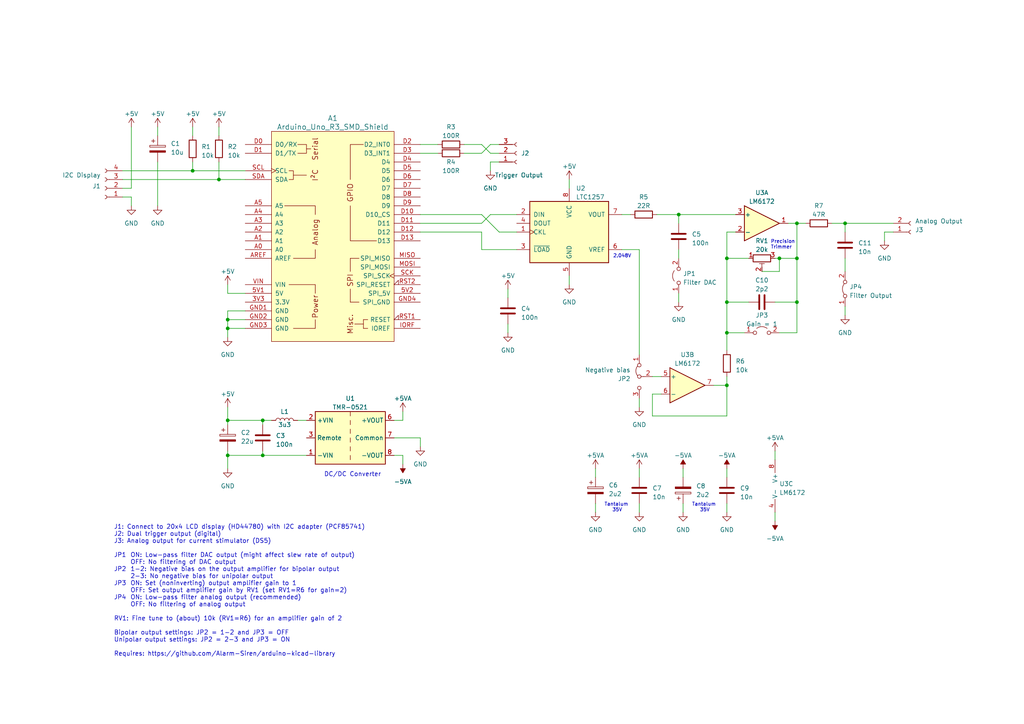
<source format=kicad_sch>
(kicad_sch (version 20230121) (generator eeschema)

  (uuid 99f8b8f2-17fc-4ea6-9b37-a25827f3ec7e)

  (paper "A4")

  (title_block
    (title "DAC Controller (Arduino Uno Shield)")
    (date "2023-09-04")
    (rev "1.1")
    (company "University of Vienna, Vienna, Austria.")
    (comment 1 "Disclaimer: Provided \"as is\", without warranty of any kind!")
    (comment 2 "License: CC-BY-SA-4.0")
    (comment 3 "Author: Andreas Gartus")
  )

  (lib_symbols
    (symbol "Amplifier_Operational:LM6172" (pin_names (offset 0.127)) (in_bom yes) (on_board yes)
      (property "Reference" "U" (at 0 5.08 0)
        (effects (font (size 1.27 1.27)) (justify left))
      )
      (property "Value" "LM6172" (at 0 -5.08 0)
        (effects (font (size 1.27 1.27)) (justify left))
      )
      (property "Footprint" "" (at 0 0 0)
        (effects (font (size 1.27 1.27)) hide)
      )
      (property "Datasheet" "http://www.ti.com/lit/ds/symlink/lm6172.pdf" (at 0 0 0)
        (effects (font (size 1.27 1.27)) hide)
      )
      (property "ki_locked" "" (at 0 0 0)
        (effects (font (size 1.27 1.27)))
      )
      (property "ki_keywords" "dual opamp" (at 0 0 0)
        (effects (font (size 1.27 1.27)) hide)
      )
      (property "ki_description" "Dual High Speed, Low Power, Low Distortion, Voltage Feedback Amplifiers, DIP-8/SOIC-8" (at 0 0 0)
        (effects (font (size 1.27 1.27)) hide)
      )
      (property "ki_fp_filters" "SOIC*3.9x4.9mm*P1.27mm* DIP*W7.62mm* TO*99* OnSemi*Micro8* TSSOP*3x3mm*P0.65mm* TSSOP*4.4x3mm*P0.65mm* MSOP*3x3mm*P0.65mm* SSOP*3.9x4.9mm*P0.635mm* LFCSP*2x2mm*P0.5mm* *SIP* SOIC*5.3x6.2mm*P1.27mm*" (at 0 0 0)
        (effects (font (size 1.27 1.27)) hide)
      )
      (symbol "LM6172_1_1"
        (polyline
          (pts
            (xy -5.08 5.08)
            (xy 5.08 0)
            (xy -5.08 -5.08)
            (xy -5.08 5.08)
          )
          (stroke (width 0.254) (type default))
          (fill (type background))
        )
        (pin output line (at 7.62 0 180) (length 2.54)
          (name "~" (effects (font (size 1.27 1.27))))
          (number "1" (effects (font (size 1.27 1.27))))
        )
        (pin input line (at -7.62 -2.54 0) (length 2.54)
          (name "-" (effects (font (size 1.27 1.27))))
          (number "2" (effects (font (size 1.27 1.27))))
        )
        (pin input line (at -7.62 2.54 0) (length 2.54)
          (name "+" (effects (font (size 1.27 1.27))))
          (number "3" (effects (font (size 1.27 1.27))))
        )
      )
      (symbol "LM6172_2_1"
        (polyline
          (pts
            (xy -5.08 5.08)
            (xy 5.08 0)
            (xy -5.08 -5.08)
            (xy -5.08 5.08)
          )
          (stroke (width 0.254) (type default))
          (fill (type background))
        )
        (pin input line (at -7.62 2.54 0) (length 2.54)
          (name "+" (effects (font (size 1.27 1.27))))
          (number "5" (effects (font (size 1.27 1.27))))
        )
        (pin input line (at -7.62 -2.54 0) (length 2.54)
          (name "-" (effects (font (size 1.27 1.27))))
          (number "6" (effects (font (size 1.27 1.27))))
        )
        (pin output line (at 7.62 0 180) (length 2.54)
          (name "~" (effects (font (size 1.27 1.27))))
          (number "7" (effects (font (size 1.27 1.27))))
        )
      )
      (symbol "LM6172_3_1"
        (pin power_in line (at -2.54 -7.62 90) (length 3.81)
          (name "V-" (effects (font (size 1.27 1.27))))
          (number "4" (effects (font (size 1.27 1.27))))
        )
        (pin power_in line (at -2.54 7.62 270) (length 3.81)
          (name "V+" (effects (font (size 1.27 1.27))))
          (number "8" (effects (font (size 1.27 1.27))))
        )
      )
    )
    (symbol "Analog_DAC:LTC1257" (pin_names (offset 1.016)) (in_bom yes) (on_board yes)
      (property "Reference" "U" (at -11.43 10.16 0)
        (effects (font (size 1.27 1.27)) (justify left))
      )
      (property "Value" "LTC1257" (at 3.81 10.16 0)
        (effects (font (size 1.27 1.27)) (justify left))
      )
      (property "Footprint" "" (at 0 0 0)
        (effects (font (size 1.27 1.27)) hide)
      )
      (property "Datasheet" "https://www.analog.com/media/en/technical-documentation/data-sheets/1257fc.pdf" (at 0 0 0)
        (effects (font (size 1.27 1.27)) hide)
      )
      (property "ki_keywords" "DAC 12-bit" (at 0 0 0)
        (effects (font (size 1.27 1.27)) hide)
      )
      (property "ki_description" "Single Supply 12-bit DAC with Internal Reference Voltage, SOIC-8" (at 0 0 0)
        (effects (font (size 1.27 1.27)) hide)
      )
      (property "ki_fp_filters" "SOIC*" (at 0 0 0)
        (effects (font (size 1.27 1.27)) hide)
      )
      (symbol "LTC1257_0_1"
        (rectangle (start -11.43 8.89) (end 11.43 -8.89)
          (stroke (width 0.254) (type default))
          (fill (type background))
        )
      )
      (symbol "LTC1257_1_1"
        (pin input clock (at -15.24 0 0) (length 3.81)
          (name "CKL" (effects (font (size 1.27 1.27))))
          (number "1" (effects (font (size 1.27 1.27))))
        )
        (pin input line (at -15.24 5.08 0) (length 3.81)
          (name "DIN" (effects (font (size 1.27 1.27))))
          (number "2" (effects (font (size 1.27 1.27))))
        )
        (pin input line (at -15.24 -5.08 0) (length 3.81)
          (name "~{LOAD}" (effects (font (size 1.27 1.27))))
          (number "3" (effects (font (size 1.27 1.27))))
        )
        (pin output line (at -15.24 2.54 0) (length 3.81)
          (name "DOUT" (effects (font (size 1.27 1.27))))
          (number "4" (effects (font (size 1.27 1.27))))
        )
        (pin power_in line (at 0 -12.7 90) (length 3.81)
          (name "GND" (effects (font (size 1.27 1.27))))
          (number "5" (effects (font (size 1.27 1.27))))
        )
        (pin bidirectional line (at 15.24 -5.08 180) (length 3.81)
          (name "VREF" (effects (font (size 1.27 1.27))))
          (number "6" (effects (font (size 1.27 1.27))))
        )
        (pin output line (at 15.24 5.08 180) (length 3.81)
          (name "VOUT" (effects (font (size 1.27 1.27))))
          (number "7" (effects (font (size 1.27 1.27))))
        )
        (pin power_in line (at 0 12.7 270) (length 3.81)
          (name "VCC" (effects (font (size 1.27 1.27))))
          (number "8" (effects (font (size 1.27 1.27))))
        )
      )
    )
    (symbol "Connector:Conn_01x02_Socket" (pin_names (offset 1.016) hide) (in_bom yes) (on_board yes)
      (property "Reference" "J" (at 0 2.54 0)
        (effects (font (size 1.27 1.27)))
      )
      (property "Value" "Conn_01x02_Socket" (at 0 -5.08 0)
        (effects (font (size 1.27 1.27)))
      )
      (property "Footprint" "" (at 0 0 0)
        (effects (font (size 1.27 1.27)) hide)
      )
      (property "Datasheet" "~" (at 0 0 0)
        (effects (font (size 1.27 1.27)) hide)
      )
      (property "ki_locked" "" (at 0 0 0)
        (effects (font (size 1.27 1.27)))
      )
      (property "ki_keywords" "connector" (at 0 0 0)
        (effects (font (size 1.27 1.27)) hide)
      )
      (property "ki_description" "Generic connector, single row, 01x02, script generated" (at 0 0 0)
        (effects (font (size 1.27 1.27)) hide)
      )
      (property "ki_fp_filters" "Connector*:*_1x??_*" (at 0 0 0)
        (effects (font (size 1.27 1.27)) hide)
      )
      (symbol "Conn_01x02_Socket_1_1"
        (arc (start 0 -2.032) (mid -0.5058 -2.54) (end 0 -3.048)
          (stroke (width 0.1524) (type default))
          (fill (type none))
        )
        (polyline
          (pts
            (xy -1.27 -2.54)
            (xy -0.508 -2.54)
          )
          (stroke (width 0.1524) (type default))
          (fill (type none))
        )
        (polyline
          (pts
            (xy -1.27 0)
            (xy -0.508 0)
          )
          (stroke (width 0.1524) (type default))
          (fill (type none))
        )
        (arc (start 0 0.508) (mid -0.5058 0) (end 0 -0.508)
          (stroke (width 0.1524) (type default))
          (fill (type none))
        )
        (pin passive line (at -5.08 0 0) (length 3.81)
          (name "Pin_1" (effects (font (size 1.27 1.27))))
          (number "1" (effects (font (size 1.27 1.27))))
        )
        (pin passive line (at -5.08 -2.54 0) (length 3.81)
          (name "Pin_2" (effects (font (size 1.27 1.27))))
          (number "2" (effects (font (size 1.27 1.27))))
        )
      )
    )
    (symbol "Connector:Conn_01x03_Socket" (pin_names (offset 1.016) hide) (in_bom yes) (on_board yes)
      (property "Reference" "J" (at 0 5.08 0)
        (effects (font (size 1.27 1.27)))
      )
      (property "Value" "Conn_01x03_Socket" (at 0 -5.08 0)
        (effects (font (size 1.27 1.27)))
      )
      (property "Footprint" "" (at 0 0 0)
        (effects (font (size 1.27 1.27)) hide)
      )
      (property "Datasheet" "~" (at 0 0 0)
        (effects (font (size 1.27 1.27)) hide)
      )
      (property "ki_locked" "" (at 0 0 0)
        (effects (font (size 1.27 1.27)))
      )
      (property "ki_keywords" "connector" (at 0 0 0)
        (effects (font (size 1.27 1.27)) hide)
      )
      (property "ki_description" "Generic connector, single row, 01x03, script generated" (at 0 0 0)
        (effects (font (size 1.27 1.27)) hide)
      )
      (property "ki_fp_filters" "Connector*:*_1x??_*" (at 0 0 0)
        (effects (font (size 1.27 1.27)) hide)
      )
      (symbol "Conn_01x03_Socket_1_1"
        (arc (start 0 -2.032) (mid -0.5058 -2.54) (end 0 -3.048)
          (stroke (width 0.1524) (type default))
          (fill (type none))
        )
        (polyline
          (pts
            (xy -1.27 -2.54)
            (xy -0.508 -2.54)
          )
          (stroke (width 0.1524) (type default))
          (fill (type none))
        )
        (polyline
          (pts
            (xy -1.27 0)
            (xy -0.508 0)
          )
          (stroke (width 0.1524) (type default))
          (fill (type none))
        )
        (polyline
          (pts
            (xy -1.27 2.54)
            (xy -0.508 2.54)
          )
          (stroke (width 0.1524) (type default))
          (fill (type none))
        )
        (arc (start 0 0.508) (mid -0.5058 0) (end 0 -0.508)
          (stroke (width 0.1524) (type default))
          (fill (type none))
        )
        (arc (start 0 3.048) (mid -0.5058 2.54) (end 0 2.032)
          (stroke (width 0.1524) (type default))
          (fill (type none))
        )
        (pin passive line (at -5.08 2.54 0) (length 3.81)
          (name "Pin_1" (effects (font (size 1.27 1.27))))
          (number "1" (effects (font (size 1.27 1.27))))
        )
        (pin passive line (at -5.08 0 0) (length 3.81)
          (name "Pin_2" (effects (font (size 1.27 1.27))))
          (number "2" (effects (font (size 1.27 1.27))))
        )
        (pin passive line (at -5.08 -2.54 0) (length 3.81)
          (name "Pin_3" (effects (font (size 1.27 1.27))))
          (number "3" (effects (font (size 1.27 1.27))))
        )
      )
    )
    (symbol "Connector:Conn_01x04_Socket" (pin_names (offset 1.016) hide) (in_bom yes) (on_board yes)
      (property "Reference" "J" (at 0 5.08 0)
        (effects (font (size 1.27 1.27)))
      )
      (property "Value" "Conn_01x04_Socket" (at 0 -7.62 0)
        (effects (font (size 1.27 1.27)))
      )
      (property "Footprint" "" (at 0 0 0)
        (effects (font (size 1.27 1.27)) hide)
      )
      (property "Datasheet" "~" (at 0 0 0)
        (effects (font (size 1.27 1.27)) hide)
      )
      (property "ki_locked" "" (at 0 0 0)
        (effects (font (size 1.27 1.27)))
      )
      (property "ki_keywords" "connector" (at 0 0 0)
        (effects (font (size 1.27 1.27)) hide)
      )
      (property "ki_description" "Generic connector, single row, 01x04, script generated" (at 0 0 0)
        (effects (font (size 1.27 1.27)) hide)
      )
      (property "ki_fp_filters" "Connector*:*_1x??_*" (at 0 0 0)
        (effects (font (size 1.27 1.27)) hide)
      )
      (symbol "Conn_01x04_Socket_1_1"
        (arc (start 0 -4.572) (mid -0.5058 -5.08) (end 0 -5.588)
          (stroke (width 0.1524) (type default))
          (fill (type none))
        )
        (arc (start 0 -2.032) (mid -0.5058 -2.54) (end 0 -3.048)
          (stroke (width 0.1524) (type default))
          (fill (type none))
        )
        (polyline
          (pts
            (xy -1.27 -5.08)
            (xy -0.508 -5.08)
          )
          (stroke (width 0.1524) (type default))
          (fill (type none))
        )
        (polyline
          (pts
            (xy -1.27 -2.54)
            (xy -0.508 -2.54)
          )
          (stroke (width 0.1524) (type default))
          (fill (type none))
        )
        (polyline
          (pts
            (xy -1.27 0)
            (xy -0.508 0)
          )
          (stroke (width 0.1524) (type default))
          (fill (type none))
        )
        (polyline
          (pts
            (xy -1.27 2.54)
            (xy -0.508 2.54)
          )
          (stroke (width 0.1524) (type default))
          (fill (type none))
        )
        (arc (start 0 0.508) (mid -0.5058 0) (end 0 -0.508)
          (stroke (width 0.1524) (type default))
          (fill (type none))
        )
        (arc (start 0 3.048) (mid -0.5058 2.54) (end 0 2.032)
          (stroke (width 0.1524) (type default))
          (fill (type none))
        )
        (pin passive line (at -5.08 2.54 0) (length 3.81)
          (name "Pin_1" (effects (font (size 1.27 1.27))))
          (number "1" (effects (font (size 1.27 1.27))))
        )
        (pin passive line (at -5.08 0 0) (length 3.81)
          (name "Pin_2" (effects (font (size 1.27 1.27))))
          (number "2" (effects (font (size 1.27 1.27))))
        )
        (pin passive line (at -5.08 -2.54 0) (length 3.81)
          (name "Pin_3" (effects (font (size 1.27 1.27))))
          (number "3" (effects (font (size 1.27 1.27))))
        )
        (pin passive line (at -5.08 -5.08 0) (length 3.81)
          (name "Pin_4" (effects (font (size 1.27 1.27))))
          (number "4" (effects (font (size 1.27 1.27))))
        )
      )
    )
    (symbol "Device:C" (pin_numbers hide) (pin_names (offset 0.254)) (in_bom yes) (on_board yes)
      (property "Reference" "C" (at 0.635 2.54 0)
        (effects (font (size 1.27 1.27)) (justify left))
      )
      (property "Value" "C" (at 0.635 -2.54 0)
        (effects (font (size 1.27 1.27)) (justify left))
      )
      (property "Footprint" "" (at 0.9652 -3.81 0)
        (effects (font (size 1.27 1.27)) hide)
      )
      (property "Datasheet" "~" (at 0 0 0)
        (effects (font (size 1.27 1.27)) hide)
      )
      (property "ki_keywords" "cap capacitor" (at 0 0 0)
        (effects (font (size 1.27 1.27)) hide)
      )
      (property "ki_description" "Unpolarized capacitor" (at 0 0 0)
        (effects (font (size 1.27 1.27)) hide)
      )
      (property "ki_fp_filters" "C_*" (at 0 0 0)
        (effects (font (size 1.27 1.27)) hide)
      )
      (symbol "C_0_1"
        (polyline
          (pts
            (xy -2.032 -0.762)
            (xy 2.032 -0.762)
          )
          (stroke (width 0.508) (type default))
          (fill (type none))
        )
        (polyline
          (pts
            (xy -2.032 0.762)
            (xy 2.032 0.762)
          )
          (stroke (width 0.508) (type default))
          (fill (type none))
        )
      )
      (symbol "C_1_1"
        (pin passive line (at 0 3.81 270) (length 2.794)
          (name "~" (effects (font (size 1.27 1.27))))
          (number "1" (effects (font (size 1.27 1.27))))
        )
        (pin passive line (at 0 -3.81 90) (length 2.794)
          (name "~" (effects (font (size 1.27 1.27))))
          (number "2" (effects (font (size 1.27 1.27))))
        )
      )
    )
    (symbol "Device:C_Polarized" (pin_numbers hide) (pin_names (offset 0.254)) (in_bom yes) (on_board yes)
      (property "Reference" "C" (at 0.635 2.54 0)
        (effects (font (size 1.27 1.27)) (justify left))
      )
      (property "Value" "C_Polarized" (at 0.635 -2.54 0)
        (effects (font (size 1.27 1.27)) (justify left))
      )
      (property "Footprint" "" (at 0.9652 -3.81 0)
        (effects (font (size 1.27 1.27)) hide)
      )
      (property "Datasheet" "~" (at 0 0 0)
        (effects (font (size 1.27 1.27)) hide)
      )
      (property "ki_keywords" "cap capacitor" (at 0 0 0)
        (effects (font (size 1.27 1.27)) hide)
      )
      (property "ki_description" "Polarized capacitor" (at 0 0 0)
        (effects (font (size 1.27 1.27)) hide)
      )
      (property "ki_fp_filters" "CP_*" (at 0 0 0)
        (effects (font (size 1.27 1.27)) hide)
      )
      (symbol "C_Polarized_0_1"
        (rectangle (start -2.286 0.508) (end 2.286 1.016)
          (stroke (width 0) (type default))
          (fill (type none))
        )
        (polyline
          (pts
            (xy -1.778 2.286)
            (xy -0.762 2.286)
          )
          (stroke (width 0) (type default))
          (fill (type none))
        )
        (polyline
          (pts
            (xy -1.27 2.794)
            (xy -1.27 1.778)
          )
          (stroke (width 0) (type default))
          (fill (type none))
        )
        (rectangle (start 2.286 -0.508) (end -2.286 -1.016)
          (stroke (width 0) (type default))
          (fill (type outline))
        )
      )
      (symbol "C_Polarized_1_1"
        (pin passive line (at 0 3.81 270) (length 2.794)
          (name "~" (effects (font (size 1.27 1.27))))
          (number "1" (effects (font (size 1.27 1.27))))
        )
        (pin passive line (at 0 -3.81 90) (length 2.794)
          (name "~" (effects (font (size 1.27 1.27))))
          (number "2" (effects (font (size 1.27 1.27))))
        )
      )
    )
    (symbol "Device:L" (pin_numbers hide) (pin_names (offset 1.016) hide) (in_bom yes) (on_board yes)
      (property "Reference" "L" (at -1.27 0 90)
        (effects (font (size 1.27 1.27)))
      )
      (property "Value" "L" (at 1.905 0 90)
        (effects (font (size 1.27 1.27)))
      )
      (property "Footprint" "" (at 0 0 0)
        (effects (font (size 1.27 1.27)) hide)
      )
      (property "Datasheet" "~" (at 0 0 0)
        (effects (font (size 1.27 1.27)) hide)
      )
      (property "ki_keywords" "inductor choke coil reactor magnetic" (at 0 0 0)
        (effects (font (size 1.27 1.27)) hide)
      )
      (property "ki_description" "Inductor" (at 0 0 0)
        (effects (font (size 1.27 1.27)) hide)
      )
      (property "ki_fp_filters" "Choke_* *Coil* Inductor_* L_*" (at 0 0 0)
        (effects (font (size 1.27 1.27)) hide)
      )
      (symbol "L_0_1"
        (arc (start 0 -2.54) (mid 0.6323 -1.905) (end 0 -1.27)
          (stroke (width 0) (type default))
          (fill (type none))
        )
        (arc (start 0 -1.27) (mid 0.6323 -0.635) (end 0 0)
          (stroke (width 0) (type default))
          (fill (type none))
        )
        (arc (start 0 0) (mid 0.6323 0.635) (end 0 1.27)
          (stroke (width 0) (type default))
          (fill (type none))
        )
        (arc (start 0 1.27) (mid 0.6323 1.905) (end 0 2.54)
          (stroke (width 0) (type default))
          (fill (type none))
        )
      )
      (symbol "L_1_1"
        (pin passive line (at 0 3.81 270) (length 1.27)
          (name "1" (effects (font (size 1.27 1.27))))
          (number "1" (effects (font (size 1.27 1.27))))
        )
        (pin passive line (at 0 -3.81 90) (length 1.27)
          (name "2" (effects (font (size 1.27 1.27))))
          (number "2" (effects (font (size 1.27 1.27))))
        )
      )
    )
    (symbol "Device:R" (pin_numbers hide) (pin_names (offset 0)) (in_bom yes) (on_board yes)
      (property "Reference" "R" (at 2.032 0 90)
        (effects (font (size 1.27 1.27)))
      )
      (property "Value" "R" (at 0 0 90)
        (effects (font (size 1.27 1.27)))
      )
      (property "Footprint" "" (at -1.778 0 90)
        (effects (font (size 1.27 1.27)) hide)
      )
      (property "Datasheet" "~" (at 0 0 0)
        (effects (font (size 1.27 1.27)) hide)
      )
      (property "ki_keywords" "R res resistor" (at 0 0 0)
        (effects (font (size 1.27 1.27)) hide)
      )
      (property "ki_description" "Resistor" (at 0 0 0)
        (effects (font (size 1.27 1.27)) hide)
      )
      (property "ki_fp_filters" "R_*" (at 0 0 0)
        (effects (font (size 1.27 1.27)) hide)
      )
      (symbol "R_0_1"
        (rectangle (start -1.016 -2.54) (end 1.016 2.54)
          (stroke (width 0.254) (type default))
          (fill (type none))
        )
      )
      (symbol "R_1_1"
        (pin passive line (at 0 3.81 270) (length 1.27)
          (name "~" (effects (font (size 1.27 1.27))))
          (number "1" (effects (font (size 1.27 1.27))))
        )
        (pin passive line (at 0 -3.81 90) (length 1.27)
          (name "~" (effects (font (size 1.27 1.27))))
          (number "2" (effects (font (size 1.27 1.27))))
        )
      )
    )
    (symbol "Device:R_Potentiometer_Trim" (pin_names (offset 1.016) hide) (in_bom yes) (on_board yes)
      (property "Reference" "RV" (at -4.445 0 90)
        (effects (font (size 1.27 1.27)))
      )
      (property "Value" "R_Potentiometer_Trim" (at -2.54 0 90)
        (effects (font (size 1.27 1.27)))
      )
      (property "Footprint" "" (at 0 0 0)
        (effects (font (size 1.27 1.27)) hide)
      )
      (property "Datasheet" "~" (at 0 0 0)
        (effects (font (size 1.27 1.27)) hide)
      )
      (property "ki_keywords" "resistor variable trimpot trimmer" (at 0 0 0)
        (effects (font (size 1.27 1.27)) hide)
      )
      (property "ki_description" "Trim-potentiometer" (at 0 0 0)
        (effects (font (size 1.27 1.27)) hide)
      )
      (property "ki_fp_filters" "Potentiometer*" (at 0 0 0)
        (effects (font (size 1.27 1.27)) hide)
      )
      (symbol "R_Potentiometer_Trim_0_1"
        (polyline
          (pts
            (xy 1.524 0.762)
            (xy 1.524 -0.762)
          )
          (stroke (width 0) (type default))
          (fill (type none))
        )
        (polyline
          (pts
            (xy 2.54 0)
            (xy 1.524 0)
          )
          (stroke (width 0) (type default))
          (fill (type none))
        )
        (rectangle (start 1.016 2.54) (end -1.016 -2.54)
          (stroke (width 0.254) (type default))
          (fill (type none))
        )
      )
      (symbol "R_Potentiometer_Trim_1_1"
        (pin passive line (at 0 3.81 270) (length 1.27)
          (name "1" (effects (font (size 1.27 1.27))))
          (number "1" (effects (font (size 1.27 1.27))))
        )
        (pin passive line (at 3.81 0 180) (length 1.27)
          (name "2" (effects (font (size 1.27 1.27))))
          (number "2" (effects (font (size 1.27 1.27))))
        )
        (pin passive line (at 0 -3.81 90) (length 1.27)
          (name "3" (effects (font (size 1.27 1.27))))
          (number "3" (effects (font (size 1.27 1.27))))
        )
      )
    )
    (symbol "Jumper:Jumper_2_Bridged" (pin_names (offset 0) hide) (in_bom yes) (on_board yes)
      (property "Reference" "JP" (at 0 1.905 0)
        (effects (font (size 1.27 1.27)))
      )
      (property "Value" "Jumper_2_Bridged" (at 0 -2.54 0)
        (effects (font (size 1.27 1.27)))
      )
      (property "Footprint" "" (at 0 0 0)
        (effects (font (size 1.27 1.27)) hide)
      )
      (property "Datasheet" "~" (at 0 0 0)
        (effects (font (size 1.27 1.27)) hide)
      )
      (property "ki_keywords" "Jumper SPST" (at 0 0 0)
        (effects (font (size 1.27 1.27)) hide)
      )
      (property "ki_description" "Jumper, 2-pole, closed/bridged" (at 0 0 0)
        (effects (font (size 1.27 1.27)) hide)
      )
      (property "ki_fp_filters" "Jumper* TestPoint*2Pads* TestPoint*Bridge*" (at 0 0 0)
        (effects (font (size 1.27 1.27)) hide)
      )
      (symbol "Jumper_2_Bridged_0_0"
        (circle (center -2.032 0) (radius 0.508)
          (stroke (width 0) (type default))
          (fill (type none))
        )
        (circle (center 2.032 0) (radius 0.508)
          (stroke (width 0) (type default))
          (fill (type none))
        )
      )
      (symbol "Jumper_2_Bridged_0_1"
        (arc (start 1.524 0.254) (mid 0 0.762) (end -1.524 0.254)
          (stroke (width 0) (type default))
          (fill (type none))
        )
      )
      (symbol "Jumper_2_Bridged_1_1"
        (pin passive line (at -5.08 0 0) (length 2.54)
          (name "A" (effects (font (size 1.27 1.27))))
          (number "1" (effects (font (size 1.27 1.27))))
        )
        (pin passive line (at 5.08 0 180) (length 2.54)
          (name "B" (effects (font (size 1.27 1.27))))
          (number "2" (effects (font (size 1.27 1.27))))
        )
      )
    )
    (symbol "Jumper:Jumper_2_Open" (pin_names (offset 0) hide) (in_bom yes) (on_board yes)
      (property "Reference" "JP" (at 0 2.794 0)
        (effects (font (size 1.27 1.27)))
      )
      (property "Value" "Jumper_2_Open" (at 0 -2.286 0)
        (effects (font (size 1.27 1.27)))
      )
      (property "Footprint" "" (at 0 0 0)
        (effects (font (size 1.27 1.27)) hide)
      )
      (property "Datasheet" "~" (at 0 0 0)
        (effects (font (size 1.27 1.27)) hide)
      )
      (property "ki_keywords" "Jumper SPST" (at 0 0 0)
        (effects (font (size 1.27 1.27)) hide)
      )
      (property "ki_description" "Jumper, 2-pole, open" (at 0 0 0)
        (effects (font (size 1.27 1.27)) hide)
      )
      (property "ki_fp_filters" "Jumper* TestPoint*2Pads* TestPoint*Bridge*" (at 0 0 0)
        (effects (font (size 1.27 1.27)) hide)
      )
      (symbol "Jumper_2_Open_0_0"
        (circle (center -2.032 0) (radius 0.508)
          (stroke (width 0) (type default))
          (fill (type none))
        )
        (circle (center 2.032 0) (radius 0.508)
          (stroke (width 0) (type default))
          (fill (type none))
        )
      )
      (symbol "Jumper_2_Open_0_1"
        (arc (start 1.524 1.27) (mid 0 1.778) (end -1.524 1.27)
          (stroke (width 0) (type default))
          (fill (type none))
        )
      )
      (symbol "Jumper_2_Open_1_1"
        (pin passive line (at -5.08 0 0) (length 2.54)
          (name "A" (effects (font (size 1.27 1.27))))
          (number "1" (effects (font (size 1.27 1.27))))
        )
        (pin passive line (at 5.08 0 180) (length 2.54)
          (name "B" (effects (font (size 1.27 1.27))))
          (number "2" (effects (font (size 1.27 1.27))))
        )
      )
    )
    (symbol "Jumper:Jumper_3_Bridged12" (pin_names (offset 0) hide) (in_bom yes) (on_board yes)
      (property "Reference" "JP" (at -2.54 -2.54 0)
        (effects (font (size 1.27 1.27)))
      )
      (property "Value" "Jumper_3_Bridged12" (at 0 2.794 0)
        (effects (font (size 1.27 1.27)))
      )
      (property "Footprint" "" (at 0 0 0)
        (effects (font (size 1.27 1.27)) hide)
      )
      (property "Datasheet" "~" (at 0 0 0)
        (effects (font (size 1.27 1.27)) hide)
      )
      (property "ki_keywords" "Jumper SPDT" (at 0 0 0)
        (effects (font (size 1.27 1.27)) hide)
      )
      (property "ki_description" "Jumper, 3-pole, pins 1+2 closed/bridged" (at 0 0 0)
        (effects (font (size 1.27 1.27)) hide)
      )
      (property "ki_fp_filters" "Jumper* TestPoint*3Pads* TestPoint*Bridge*" (at 0 0 0)
        (effects (font (size 1.27 1.27)) hide)
      )
      (symbol "Jumper_3_Bridged12_0_0"
        (circle (center -3.302 0) (radius 0.508)
          (stroke (width 0) (type default))
          (fill (type none))
        )
        (circle (center 0 0) (radius 0.508)
          (stroke (width 0) (type default))
          (fill (type none))
        )
        (circle (center 3.302 0) (radius 0.508)
          (stroke (width 0) (type default))
          (fill (type none))
        )
      )
      (symbol "Jumper_3_Bridged12_0_1"
        (arc (start -0.254 0.508) (mid -1.651 0.9912) (end -3.048 0.508)
          (stroke (width 0) (type default))
          (fill (type none))
        )
        (polyline
          (pts
            (xy 0 -1.27)
            (xy 0 -0.508)
          )
          (stroke (width 0) (type default))
          (fill (type none))
        )
      )
      (symbol "Jumper_3_Bridged12_1_1"
        (pin passive line (at -6.35 0 0) (length 2.54)
          (name "A" (effects (font (size 1.27 1.27))))
          (number "1" (effects (font (size 1.27 1.27))))
        )
        (pin passive line (at 0 -3.81 90) (length 2.54)
          (name "C" (effects (font (size 1.27 1.27))))
          (number "2" (effects (font (size 1.27 1.27))))
        )
        (pin passive line (at 6.35 0 180) (length 2.54)
          (name "B" (effects (font (size 1.27 1.27))))
          (number "3" (effects (font (size 1.27 1.27))))
        )
      )
    )
    (symbol "PCM_arduino-library:Arduino_Uno_R3_SMD_Shield" (pin_names (offset 1.016)) (in_bom yes) (on_board yes)
      (property "Reference" "A" (at 0 36.83 0)
        (effects (font (size 1.524 1.524)))
      )
      (property "Value" "Arduino_Uno_R3_SMD_Shield" (at 0 33.02 0)
        (effects (font (size 1.524 1.524)))
      )
      (property "Footprint" "PCM_arduino-library:Arduino_Uno_R3_Shield" (at 0 -38.1 0)
        (effects (font (size 1.524 1.524)) hide)
      )
      (property "Datasheet" "https://docs.arduino.cc/hardware/uno-rev3-smd" (at 0 -34.29 0)
        (effects (font (size 1.524 1.524)) hide)
      )
      (property "ki_keywords" "Arduino MPU Shield" (at 0 0 0)
        (effects (font (size 1.27 1.27)) hide)
      )
      (property "ki_description" "Shield for Arduino UNO R3 SMD" (at 0 0 0)
        (effects (font (size 1.27 1.27)) hide)
      )
      (property "ki_fp_filters" "Arduino_Uno_R3_Shield" (at 0 0 0)
        (effects (font (size 1.27 1.27)) hide)
      )
      (symbol "Arduino_Uno_R3_SMD_Shield_0_0"
        (rectangle (start -17.78 30.48) (end 17.78 -30.48)
          (stroke (width 0) (type default))
          (fill (type background))
        )
        (rectangle (start -12.7 -13.97) (end -5.08 -13.97)
          (stroke (width 0) (type default))
          (fill (type none))
        )
        (rectangle (start -11.43 -26.67) (end -5.08 -26.67)
          (stroke (width 0) (type default))
          (fill (type none))
        )
        (polyline
          (pts
            (xy -11.43 17.78)
            (xy -7.62 17.78)
          )
          (stroke (width 0) (type default))
          (fill (type none))
        )
        (polyline
          (pts
            (xy -7.62 25.4)
            (xy -6.35 25.4)
          )
          (stroke (width 0) (type default))
          (fill (type none))
        )
        (polyline
          (pts
            (xy -5.08 -26.67)
            (xy -5.08 -24.13)
          )
          (stroke (width 0) (type default))
          (fill (type none))
        )
        (polyline
          (pts
            (xy -5.08 -15.24)
            (xy -5.08 -16.51)
          )
          (stroke (width 0) (type default))
          (fill (type none))
        )
        (polyline
          (pts
            (xy -5.08 -13.97)
            (xy -5.08 -15.24)
          )
          (stroke (width 0) (type default))
          (fill (type none))
        )
        (polyline
          (pts
            (xy -5.08 -3.81)
            (xy -5.08 -6.35)
            (xy -11.43 -6.35)
          )
          (stroke (width 0) (type default))
          (fill (type none))
        )
        (polyline
          (pts
            (xy -5.08 6.35)
            (xy -5.08 8.89)
            (xy -13.97 8.89)
          )
          (stroke (width 0) (type default))
          (fill (type none))
        )
        (polyline
          (pts
            (xy 5.08 8.89)
            (xy 5.08 -1.27)
            (xy 12.7 -1.27)
          )
          (stroke (width 0) (type default))
          (fill (type none))
        )
        (polyline
          (pts
            (xy 5.08 16.51)
            (xy 5.08 26.67)
            (xy 8.89 26.67)
          )
          (stroke (width 0) (type default))
          (fill (type none))
        )
        (polyline
          (pts
            (xy -12.7 19.05)
            (xy -11.43 19.05)
            (xy -11.43 16.51)
            (xy -12.7 16.51)
          )
          (stroke (width 0) (type default))
          (fill (type none))
        )
        (polyline
          (pts
            (xy -10.16 26.67)
            (xy -7.62 26.67)
            (xy -7.62 24.13)
            (xy -10.16 24.13)
          )
          (stroke (width 0) (type default))
          (fill (type none))
        )
        (rectangle (start 5.08 -19.05) (end 5.08 -15.24)
          (stroke (width 0) (type default))
          (fill (type none))
        )
        (rectangle (start 5.08 -19.05) (end 7.62 -19.05)
          (stroke (width 0) (type default))
          (fill (type none))
        )
        (rectangle (start 5.08 -10.16) (end 5.08 -6.35)
          (stroke (width 0) (type default))
          (fill (type none))
        )
        (rectangle (start 7.62 -6.35) (end 5.08 -6.35)
          (stroke (width 0) (type default))
          (fill (type none))
        )
        (rectangle (start 8.89 -25.4) (end 6.35 -25.4)
          (stroke (width 0) (type default))
          (fill (type none))
        )
        (rectangle (start 8.89 -24.13) (end 8.89 -26.67)
          (stroke (width 0) (type default))
          (fill (type none))
        )
        (rectangle (start 10.16 -26.67) (end 8.89 -26.67)
          (stroke (width 0) (type default))
          (fill (type none))
        )
        (rectangle (start 10.16 -24.13) (end 8.89 -24.13)
          (stroke (width 0) (type default))
          (fill (type none))
        )
        (text "Analog" (at -5.08 1.27 900)
          (effects (font (size 1.524 1.524)))
        )
        (text "I²C" (at -5.08 17.78 900)
          (effects (font (size 1.524 1.524)))
        )
        (text "Misc." (at 5.08 -25.4 900)
          (effects (font (size 1.524 1.524)))
        )
        (text "Power" (at -5.08 -20.32 900)
          (effects (font (size 1.524 1.524)))
        )
        (text "Serial" (at -5.08 25.4 900)
          (effects (font (size 1.524 1.524)))
        )
        (text "SPI" (at 5.08 -12.7 900)
          (effects (font (size 1.524 1.524)))
        )
      )
      (symbol "Arduino_Uno_R3_SMD_Shield_1_0"
        (text "GPIO" (at 5.08 12.7 900)
          (effects (font (size 1.524 1.524)))
        )
      )
      (symbol "Arduino_Uno_R3_SMD_Shield_1_1"
        (pin power_out line (at -25.4 -19.05 0) (length 7.62)
          (name "3.3V" (effects (font (size 1.27 1.27))))
          (number "3V3" (effects (font (size 1.27 1.27))))
        )
        (pin power_in line (at -25.4 -16.51 0) (length 7.62)
          (name "5V" (effects (font (size 1.27 1.27))))
          (number "5V1" (effects (font (size 1.27 1.27))))
        )
        (pin power_in line (at 25.4 -16.51 180) (length 7.62)
          (name "SPI_5V" (effects (font (size 1.27 1.27))))
          (number "5V2" (effects (font (size 1.27 1.27))))
        )
        (pin bidirectional line (at -25.4 -3.81 0) (length 7.62)
          (name "A0" (effects (font (size 1.27 1.27))))
          (number "A0" (effects (font (size 1.27 1.27))))
        )
        (pin bidirectional line (at -25.4 -1.27 0) (length 7.62)
          (name "A1" (effects (font (size 1.27 1.27))))
          (number "A1" (effects (font (size 1.27 1.27))))
        )
        (pin bidirectional line (at -25.4 1.27 0) (length 7.62)
          (name "A2" (effects (font (size 1.27 1.27))))
          (number "A2" (effects (font (size 1.27 1.27))))
        )
        (pin bidirectional line (at -25.4 3.81 0) (length 7.62)
          (name "A3" (effects (font (size 1.27 1.27))))
          (number "A3" (effects (font (size 1.27 1.27))))
        )
        (pin bidirectional line (at -25.4 6.35 0) (length 7.62)
          (name "A4" (effects (font (size 1.27 1.27))))
          (number "A4" (effects (font (size 1.27 1.27))))
        )
        (pin bidirectional line (at -25.4 8.89 0) (length 7.62)
          (name "A5" (effects (font (size 1.27 1.27))))
          (number "A5" (effects (font (size 1.27 1.27))))
        )
        (pin input line (at -25.4 -6.35 0) (length 7.62)
          (name "AREF" (effects (font (size 1.27 1.27))))
          (number "AREF" (effects (font (size 1.27 1.27))))
        )
        (pin bidirectional line (at -25.4 26.67 0) (length 7.62)
          (name "D0/RX" (effects (font (size 1.27 1.27))))
          (number "D0" (effects (font (size 1.27 1.27))))
        )
        (pin bidirectional line (at -25.4 24.13 0) (length 7.62)
          (name "D1/TX" (effects (font (size 1.27 1.27))))
          (number "D1" (effects (font (size 1.27 1.27))))
        )
        (pin bidirectional line (at 25.4 6.35 180) (length 7.62)
          (name "D10_CS" (effects (font (size 1.27 1.27))))
          (number "D10" (effects (font (size 1.27 1.27))))
        )
        (pin bidirectional line (at 25.4 3.81 180) (length 7.62)
          (name "D11" (effects (font (size 1.27 1.27))))
          (number "D11" (effects (font (size 1.27 1.27))))
        )
        (pin bidirectional line (at 25.4 1.27 180) (length 7.62)
          (name "D12" (effects (font (size 1.27 1.27))))
          (number "D12" (effects (font (size 1.27 1.27))))
        )
        (pin bidirectional line (at 25.4 -1.27 180) (length 7.62)
          (name "D13" (effects (font (size 1.27 1.27))))
          (number "D13" (effects (font (size 1.27 1.27))))
        )
        (pin bidirectional line (at 25.4 26.67 180) (length 7.62)
          (name "D2_INT0" (effects (font (size 1.27 1.27))))
          (number "D2" (effects (font (size 1.27 1.27))))
        )
        (pin bidirectional line (at 25.4 24.13 180) (length 7.62)
          (name "D3_INT1" (effects (font (size 1.27 1.27))))
          (number "D3" (effects (font (size 1.27 1.27))))
        )
        (pin bidirectional line (at 25.4 21.59 180) (length 7.62)
          (name "D4" (effects (font (size 1.27 1.27))))
          (number "D4" (effects (font (size 1.27 1.27))))
        )
        (pin bidirectional line (at 25.4 19.05 180) (length 7.62)
          (name "D5" (effects (font (size 1.27 1.27))))
          (number "D5" (effects (font (size 1.27 1.27))))
        )
        (pin bidirectional line (at 25.4 16.51 180) (length 7.62)
          (name "D6" (effects (font (size 1.27 1.27))))
          (number "D6" (effects (font (size 1.27 1.27))))
        )
        (pin bidirectional line (at 25.4 13.97 180) (length 7.62)
          (name "D7" (effects (font (size 1.27 1.27))))
          (number "D7" (effects (font (size 1.27 1.27))))
        )
        (pin bidirectional line (at 25.4 11.43 180) (length 7.62)
          (name "D8" (effects (font (size 1.27 1.27))))
          (number "D8" (effects (font (size 1.27 1.27))))
        )
        (pin bidirectional line (at 25.4 8.89 180) (length 7.62)
          (name "D9" (effects (font (size 1.27 1.27))))
          (number "D9" (effects (font (size 1.27 1.27))))
        )
        (pin power_in line (at -25.4 -21.59 0) (length 7.62)
          (name "GND" (effects (font (size 1.27 1.27))))
          (number "GND1" (effects (font (size 1.27 1.27))))
        )
        (pin power_in line (at -25.4 -24.13 0) (length 7.62)
          (name "GND" (effects (font (size 1.27 1.27))))
          (number "GND2" (effects (font (size 1.27 1.27))))
        )
        (pin power_in line (at -25.4 -26.67 0) (length 7.62)
          (name "GND" (effects (font (size 1.27 1.27))))
          (number "GND3" (effects (font (size 1.27 1.27))))
        )
        (pin power_in line (at 25.4 -19.05 180) (length 7.62)
          (name "SPI_GND" (effects (font (size 1.27 1.27))))
          (number "GND4" (effects (font (size 1.27 1.27))))
        )
        (pin output line (at 25.4 -26.67 180) (length 7.62)
          (name "IOREF" (effects (font (size 1.27 1.27))))
          (number "IORF" (effects (font (size 1.27 1.27))))
        )
        (pin input line (at 25.4 -6.35 180) (length 7.62)
          (name "SPI_MISO" (effects (font (size 1.27 1.27))))
          (number "MISO" (effects (font (size 1.27 1.27))))
        )
        (pin output line (at 25.4 -8.89 180) (length 7.62)
          (name "SPI_MOSI" (effects (font (size 1.27 1.27))))
          (number "MOSI" (effects (font (size 1.27 1.27))))
        )
        (pin open_collector input_low (at 25.4 -24.13 180) (length 7.62)
          (name "RESET" (effects (font (size 1.27 1.27))))
          (number "RST1" (effects (font (size 1.27 1.27))))
        )
        (pin open_collector input_low (at 25.4 -13.97 180) (length 7.62)
          (name "SPI_RESET" (effects (font (size 1.27 1.27))))
          (number "RST2" (effects (font (size 1.27 1.27))))
        )
        (pin output clock (at 25.4 -11.43 180) (length 7.62)
          (name "SPI_SCK" (effects (font (size 1.27 1.27))))
          (number "SCK" (effects (font (size 1.27 1.27))))
        )
        (pin bidirectional clock (at -25.4 19.05 0) (length 7.62)
          (name "SCL" (effects (font (size 1.27 1.27))))
          (number "SCL" (effects (font (size 1.27 1.27))))
        )
        (pin bidirectional line (at -25.4 16.51 0) (length 7.62)
          (name "SDA" (effects (font (size 1.27 1.27))))
          (number "SDA" (effects (font (size 1.27 1.27))))
        )
        (pin power_in line (at -25.4 -13.97 0) (length 7.62)
          (name "VIN" (effects (font (size 1.27 1.27))))
          (number "VIN" (effects (font (size 1.27 1.27))))
        )
      )
    )
    (symbol "TMR0521_Library:TMR-0521" (in_bom yes) (on_board yes)
      (property "Reference" "U1" (at 0 11.43 0)
        (effects (font (size 1.27 1.27)))
      )
      (property "Value" "TMR-0521" (at 0 8.89 0)
        (effects (font (size 1.27 1.27)))
      )
      (property "Footprint" "Converter_DCDC:Converter_DCDC_TRACO_TMR-xxxx_THT" (at 0 -8.89 0)
        (effects (font (size 1.27 1.27)) hide)
      )
      (property "Datasheet" "https://www.tracopower.com/products/tmr2.pdf" (at 0 -12.7 0)
        (effects (font (size 1.27 1.27)) hide)
      )
      (property "ki_keywords" "Traco isolated isolation dc-dc converter transformer" (at 0 0 0)
        (effects (font (size 1.27 1.27)) hide)
      )
      (property "ki_description" "165mA Regulated 2W DC/DC converter with 1.5kV isolation, 4.5V-9V input, 12V fixed Output Voltage, SIP-8" (at 0 0 0)
        (effects (font (size 1.27 1.27)) hide)
      )
      (property "ki_fp_filters" "Converter*DCDC*TRACO*TMR*xxxx*" (at 0 0 0)
        (effects (font (size 1.27 1.27)) hide)
      )
      (symbol "TMR-0521_0_1"
        (rectangle (start -10.16 7.62) (end 10.16 -7.62)
          (stroke (width 0.254) (type default))
          (fill (type background))
        )
        (polyline
          (pts
            (xy 0 -5.08)
            (xy 0 -6.35)
          )
          (stroke (width 0) (type default))
          (fill (type none))
        )
        (polyline
          (pts
            (xy 0 -2.54)
            (xy 0 -3.81)
          )
          (stroke (width 0) (type default))
          (fill (type none))
        )
        (polyline
          (pts
            (xy 0 0)
            (xy 0 -1.27)
          )
          (stroke (width 0) (type default))
          (fill (type none))
        )
        (polyline
          (pts
            (xy 0 2.54)
            (xy 0 1.27)
          )
          (stroke (width 0) (type default))
          (fill (type none))
        )
        (polyline
          (pts
            (xy 0 5.08)
            (xy 0 3.81)
          )
          (stroke (width 0) (type default))
          (fill (type none))
        )
        (polyline
          (pts
            (xy 0 7.62)
            (xy 0 6.35)
          )
          (stroke (width 0) (type default))
          (fill (type none))
        )
      )
      (symbol "TMR-0521_1_1"
        (pin power_in line (at -12.7 -5.08 0) (length 2.54)
          (name "-VIN" (effects (font (size 1.27 1.27))))
          (number "1" (effects (font (size 1.27 1.27))))
        )
        (pin power_in line (at -12.7 5.08 0) (length 2.54)
          (name "+VIN" (effects (font (size 1.27 1.27))))
          (number "2" (effects (font (size 1.27 1.27))))
        )
        (pin input line (at -12.7 0 0) (length 2.54)
          (name "Remote" (effects (font (size 1.27 1.27))))
          (number "3" (effects (font (size 1.27 1.27))))
        )
        (pin no_connect line (at 10.16 2.54 180) (length 2.54) hide
          (name "NC" (effects (font (size 1.27 1.27))))
          (number "5" (effects (font (size 1.27 1.27))))
        )
        (pin power_out line (at 12.7 5.08 180) (length 2.54)
          (name "+VOUT" (effects (font (size 1.27 1.27))))
          (number "6" (effects (font (size 1.27 1.27))))
        )
        (pin power_out line (at 12.7 0 180) (length 2.54)
          (name "Common" (effects (font (size 1.27 1.27))))
          (number "7" (effects (font (size 1.27 1.27))))
        )
        (pin power_out line (at 12.7 -5.08 180) (length 2.54)
          (name "-VOUT" (effects (font (size 1.27 1.27))))
          (number "8" (effects (font (size 1.27 1.27))))
        )
      )
    )
    (symbol "power:+5V" (power) (pin_names (offset 0)) (in_bom yes) (on_board yes)
      (property "Reference" "#PWR" (at 0 -3.81 0)
        (effects (font (size 1.27 1.27)) hide)
      )
      (property "Value" "+5V" (at 0 3.556 0)
        (effects (font (size 1.27 1.27)))
      )
      (property "Footprint" "" (at 0 0 0)
        (effects (font (size 1.27 1.27)) hide)
      )
      (property "Datasheet" "" (at 0 0 0)
        (effects (font (size 1.27 1.27)) hide)
      )
      (property "ki_keywords" "global power" (at 0 0 0)
        (effects (font (size 1.27 1.27)) hide)
      )
      (property "ki_description" "Power symbol creates a global label with name \"+5V\"" (at 0 0 0)
        (effects (font (size 1.27 1.27)) hide)
      )
      (symbol "+5V_0_1"
        (polyline
          (pts
            (xy -0.762 1.27)
            (xy 0 2.54)
          )
          (stroke (width 0) (type default))
          (fill (type none))
        )
        (polyline
          (pts
            (xy 0 0)
            (xy 0 2.54)
          )
          (stroke (width 0) (type default))
          (fill (type none))
        )
        (polyline
          (pts
            (xy 0 2.54)
            (xy 0.762 1.27)
          )
          (stroke (width 0) (type default))
          (fill (type none))
        )
      )
      (symbol "+5V_1_1"
        (pin power_in line (at 0 0 90) (length 0) hide
          (name "+5V" (effects (font (size 1.27 1.27))))
          (number "1" (effects (font (size 1.27 1.27))))
        )
      )
    )
    (symbol "power:+5VA" (power) (pin_names (offset 0)) (in_bom yes) (on_board yes)
      (property "Reference" "#PWR" (at 0 -3.81 0)
        (effects (font (size 1.27 1.27)) hide)
      )
      (property "Value" "+5VA" (at 0 3.556 0)
        (effects (font (size 1.27 1.27)))
      )
      (property "Footprint" "" (at 0 0 0)
        (effects (font (size 1.27 1.27)) hide)
      )
      (property "Datasheet" "" (at 0 0 0)
        (effects (font (size 1.27 1.27)) hide)
      )
      (property "ki_keywords" "global power" (at 0 0 0)
        (effects (font (size 1.27 1.27)) hide)
      )
      (property "ki_description" "Power symbol creates a global label with name \"+5VA\"" (at 0 0 0)
        (effects (font (size 1.27 1.27)) hide)
      )
      (symbol "+5VA_0_1"
        (polyline
          (pts
            (xy -0.762 1.27)
            (xy 0 2.54)
          )
          (stroke (width 0) (type default))
          (fill (type none))
        )
        (polyline
          (pts
            (xy 0 0)
            (xy 0 2.54)
          )
          (stroke (width 0) (type default))
          (fill (type none))
        )
        (polyline
          (pts
            (xy 0 2.54)
            (xy 0.762 1.27)
          )
          (stroke (width 0) (type default))
          (fill (type none))
        )
      )
      (symbol "+5VA_1_1"
        (pin power_in line (at 0 0 90) (length 0) hide
          (name "+5VA" (effects (font (size 1.27 1.27))))
          (number "1" (effects (font (size 1.27 1.27))))
        )
      )
    )
    (symbol "power:-5VA" (power) (pin_names (offset 0)) (in_bom yes) (on_board yes)
      (property "Reference" "#PWR" (at 0 2.54 0)
        (effects (font (size 1.27 1.27)) hide)
      )
      (property "Value" "-5VA" (at 0 3.81 0)
        (effects (font (size 1.27 1.27)))
      )
      (property "Footprint" "" (at 0 0 0)
        (effects (font (size 1.27 1.27)) hide)
      )
      (property "Datasheet" "" (at 0 0 0)
        (effects (font (size 1.27 1.27)) hide)
      )
      (property "ki_keywords" "global power" (at 0 0 0)
        (effects (font (size 1.27 1.27)) hide)
      )
      (property "ki_description" "Power symbol creates a global label with name \"-5VA\"" (at 0 0 0)
        (effects (font (size 1.27 1.27)) hide)
      )
      (symbol "-5VA_0_0"
        (pin power_in line (at 0 0 90) (length 0) hide
          (name "-5VA" (effects (font (size 1.27 1.27))))
          (number "1" (effects (font (size 1.27 1.27))))
        )
      )
      (symbol "-5VA_0_1"
        (polyline
          (pts
            (xy 0 0)
            (xy 0 1.27)
            (xy 0.762 1.27)
            (xy 0 2.54)
            (xy -0.762 1.27)
            (xy 0 1.27)
          )
          (stroke (width 0) (type default))
          (fill (type outline))
        )
      )
    )
    (symbol "power:GND" (power) (pin_names (offset 0)) (in_bom yes) (on_board yes)
      (property "Reference" "#PWR" (at 0 -6.35 0)
        (effects (font (size 1.27 1.27)) hide)
      )
      (property "Value" "GND" (at 0 -3.81 0)
        (effects (font (size 1.27 1.27)))
      )
      (property "Footprint" "" (at 0 0 0)
        (effects (font (size 1.27 1.27)) hide)
      )
      (property "Datasheet" "" (at 0 0 0)
        (effects (font (size 1.27 1.27)) hide)
      )
      (property "ki_keywords" "global power" (at 0 0 0)
        (effects (font (size 1.27 1.27)) hide)
      )
      (property "ki_description" "Power symbol creates a global label with name \"GND\" , ground" (at 0 0 0)
        (effects (font (size 1.27 1.27)) hide)
      )
      (symbol "GND_0_1"
        (polyline
          (pts
            (xy 0 0)
            (xy 0 -1.27)
            (xy 1.27 -1.27)
            (xy 0 -2.54)
            (xy -1.27 -1.27)
            (xy 0 -1.27)
          )
          (stroke (width 0) (type default))
          (fill (type none))
        )
      )
      (symbol "GND_1_1"
        (pin power_in line (at 0 0 270) (length 0) hide
          (name "GND" (effects (font (size 1.27 1.27))))
          (number "1" (effects (font (size 1.27 1.27))))
        )
      )
    )
  )

  (junction (at 63.5 52.07) (diameter 0) (color 0 0 0 0)
    (uuid 15df81fc-dbef-4f9a-bd44-2a6244360015)
  )
  (junction (at 66.04 132.08) (diameter 0) (color 0 0 0 0)
    (uuid 27147b83-0afa-496c-b2bd-72d36cc0ca3f)
  )
  (junction (at 76.2 132.08) (diameter 0) (color 0 0 0 0)
    (uuid 400b7ff9-246c-45da-afab-f0793623dacf)
  )
  (junction (at 210.82 74.93) (diameter 0) (color 0 0 0 0)
    (uuid 462be25b-61d0-474b-8232-50c666080808)
  )
  (junction (at 231.14 87.63) (diameter 0) (color 0 0 0 0)
    (uuid 4d0310a2-a811-4bab-aa5b-215bb17fc209)
  )
  (junction (at 196.85 62.23) (diameter 0) (color 0 0 0 0)
    (uuid 7ec5fa5b-ccc9-47d3-8821-a6ea33ad14d1)
  )
  (junction (at 245.11 64.77) (diameter 0) (color 0 0 0 0)
    (uuid 9d476d8f-3a97-4687-b538-9689eaf6c650)
  )
  (junction (at 210.82 87.63) (diameter 0) (color 0 0 0 0)
    (uuid a2636c64-3949-450c-9d75-6f74174a1b8f)
  )
  (junction (at 55.88 49.53) (diameter 0) (color 0 0 0 0)
    (uuid a30351b8-dcfc-4a22-8ee2-69df8f62d8bc)
  )
  (junction (at 231.14 74.93) (diameter 0) (color 0 0 0 0)
    (uuid a52b50fb-1335-409d-8ab5-2ac5e1ab8405)
  )
  (junction (at 210.82 96.52) (diameter 0) (color 0 0 0 0)
    (uuid a5cd3499-5c0f-4279-b077-b6470d2e6b30)
  )
  (junction (at 210.82 111.76) (diameter 0) (color 0 0 0 0)
    (uuid b4cfddd1-da8b-4dab-95e1-8e4befc46174)
  )
  (junction (at 66.04 95.25) (diameter 0) (color 0 0 0 0)
    (uuid b4de02ce-3fc2-4900-be10-cbb89472c338)
  )
  (junction (at 231.14 64.77) (diameter 0) (color 0 0 0 0)
    (uuid ba938eee-f28e-4eba-8a40-63b5e1ef05f8)
  )
  (junction (at 66.04 92.71) (diameter 0) (color 0 0 0 0)
    (uuid bad6136e-00c4-48ce-904b-b95a3c8b8125)
  )
  (junction (at 66.04 121.92) (diameter 0) (color 0 0 0 0)
    (uuid cc745c77-e31e-4d3b-8511-a7419a5f39c2)
  )
  (junction (at 76.2 121.92) (diameter 0) (color 0 0 0 0)
    (uuid debf530d-8c0a-4b4e-bba2-18d80597145b)
  )
  (junction (at 226.06 74.93) (diameter 0) (color 0 0 0 0)
    (uuid f9e8505b-997d-4056-8074-9ae3099ce2aa)
  )

  (wire (pts (xy 210.82 120.65) (xy 210.82 111.76))
    (stroke (width 0) (type default))
    (uuid 060a8805-1962-4aad-9e97-81c01539c24f)
  )
  (wire (pts (xy 55.88 46.99) (xy 55.88 49.53))
    (stroke (width 0) (type default))
    (uuid 0a5ced11-080b-4097-80ce-2daf4a42b64b)
  )
  (wire (pts (xy 114.3 121.92) (xy 116.84 121.92))
    (stroke (width 0) (type default))
    (uuid 0d3ea668-d1ce-4c47-97ca-8d29d7f3dcc9)
  )
  (wire (pts (xy 66.04 92.71) (xy 66.04 90.17))
    (stroke (width 0) (type default))
    (uuid 104f8c31-0e12-45c0-838d-c35e264fbac0)
  )
  (wire (pts (xy 121.92 62.23) (xy 139.7 62.23))
    (stroke (width 0) (type default))
    (uuid 129409f3-d2ac-42a3-8d9b-d7c592007d7b)
  )
  (wire (pts (xy 114.3 127) (xy 121.92 127))
    (stroke (width 0) (type default))
    (uuid 12a68d0b-3190-4567-b665-b737a8d76f16)
  )
  (wire (pts (xy 142.24 44.45) (xy 144.78 44.45))
    (stroke (width 0) (type default))
    (uuid 20f8fccd-8b13-4473-a419-4d86623bb51d)
  )
  (wire (pts (xy 241.3 64.77) (xy 245.11 64.77))
    (stroke (width 0) (type default))
    (uuid 236d520c-f63c-4c7c-8043-08efe133dcd6)
  )
  (wire (pts (xy 144.78 67.31) (xy 139.7 62.23))
    (stroke (width 0) (type default))
    (uuid 24202a00-8451-4fc2-b527-8bfa95b5934b)
  )
  (wire (pts (xy 196.85 85.09) (xy 196.85 87.63))
    (stroke (width 0) (type default))
    (uuid 24dd479e-9271-43c0-bef5-172084f9f7c8)
  )
  (wire (pts (xy 245.11 88.9) (xy 245.11 91.44))
    (stroke (width 0) (type default))
    (uuid 272e9df3-55fc-4f61-bea3-90ca0181dcd2)
  )
  (wire (pts (xy 35.56 49.53) (xy 55.88 49.53))
    (stroke (width 0) (type default))
    (uuid 273443f0-65db-41b5-a928-ee36d6c1e292)
  )
  (wire (pts (xy 63.5 52.07) (xy 71.12 52.07))
    (stroke (width 0) (type default))
    (uuid 2746c439-9f44-4bb3-a16c-bed1ce55942e)
  )
  (wire (pts (xy 66.04 97.79) (xy 66.04 95.25))
    (stroke (width 0) (type default))
    (uuid 28ac69fa-ff8b-40ff-9653-8c50a85c62f8)
  )
  (wire (pts (xy 210.82 111.76) (xy 210.82 109.22))
    (stroke (width 0) (type default))
    (uuid 3089d5f6-e688-4843-9a80-745bb82f56a2)
  )
  (wire (pts (xy 86.36 121.92) (xy 88.9 121.92))
    (stroke (width 0) (type default))
    (uuid 31fed857-2362-4353-be74-75a6b9e229ae)
  )
  (wire (pts (xy 224.79 87.63) (xy 231.14 87.63))
    (stroke (width 0) (type default))
    (uuid 3476c617-0223-4d6f-806c-ccf26fa13029)
  )
  (wire (pts (xy 210.82 74.93) (xy 217.17 74.93))
    (stroke (width 0) (type default))
    (uuid 38f265ba-5adc-4970-9508-d8e75e31c676)
  )
  (wire (pts (xy 116.84 121.92) (xy 116.84 119.38))
    (stroke (width 0) (type default))
    (uuid 39029dd2-43ca-4906-9c4d-44089942d7fb)
  )
  (wire (pts (xy 121.92 64.77) (xy 139.7 64.77))
    (stroke (width 0) (type default))
    (uuid 3c8b2588-48ff-4890-99e7-1e172ca3beee)
  )
  (wire (pts (xy 149.86 67.31) (xy 144.78 67.31))
    (stroke (width 0) (type default))
    (uuid 3e810760-3665-414c-ad47-2547a05959e3)
  )
  (wire (pts (xy 116.84 132.08) (xy 116.84 134.62))
    (stroke (width 0) (type default))
    (uuid 3f41cbe7-8db6-4421-8420-c958e4acb77b)
  )
  (wire (pts (xy 147.32 83.82) (xy 147.32 86.36))
    (stroke (width 0) (type default))
    (uuid 3fa70e86-0b25-4e80-8a7b-5755ced46421)
  )
  (wire (pts (xy 231.14 96.52) (xy 231.14 87.63))
    (stroke (width 0) (type default))
    (uuid 416e5b07-12f8-4333-94b7-6ec049700e6b)
  )
  (wire (pts (xy 147.32 93.98) (xy 147.32 96.52))
    (stroke (width 0) (type default))
    (uuid 4173d86e-1c62-43d1-980b-5578b3b24ed7)
  )
  (wire (pts (xy 134.62 44.45) (xy 139.7 44.45))
    (stroke (width 0) (type default))
    (uuid 417d735e-7c84-4fdd-bde5-418a484f63a7)
  )
  (wire (pts (xy 35.56 54.61) (xy 38.1 54.61))
    (stroke (width 0) (type default))
    (uuid 4326947e-4a5d-4a27-8079-3ec2cb9272ec)
  )
  (wire (pts (xy 66.04 95.25) (xy 71.12 95.25))
    (stroke (width 0) (type default))
    (uuid 446f0fce-0a08-431b-a1b9-4a238a49dbc8)
  )
  (wire (pts (xy 66.04 82.55) (xy 66.04 85.09))
    (stroke (width 0) (type default))
    (uuid 4488ee81-cbc3-4518-8b06-d6f3c3b2ec4f)
  )
  (wire (pts (xy 121.92 67.31) (xy 139.7 67.31))
    (stroke (width 0) (type default))
    (uuid 45d5054e-3f22-48ce-abaf-94d6cc845034)
  )
  (wire (pts (xy 196.85 72.39) (xy 196.85 74.93))
    (stroke (width 0) (type default))
    (uuid 49f63c26-ebcd-4e5c-906b-4fdf0d7294e6)
  )
  (wire (pts (xy 66.04 90.17) (xy 71.12 90.17))
    (stroke (width 0) (type default))
    (uuid 4a4b717e-5837-4899-828f-4f55bade2913)
  )
  (wire (pts (xy 210.82 67.31) (xy 210.82 74.93))
    (stroke (width 0) (type default))
    (uuid 4c3134f4-e07e-4592-bde3-2e7be7972742)
  )
  (wire (pts (xy 226.06 74.93) (xy 231.14 74.93))
    (stroke (width 0) (type default))
    (uuid 5039c9d7-6a91-466c-a93f-aeeef2077e58)
  )
  (wire (pts (xy 121.92 44.45) (xy 127 44.45))
    (stroke (width 0) (type default))
    (uuid 507d1a32-3fab-474e-8160-2509a476993d)
  )
  (wire (pts (xy 139.7 41.91) (xy 142.24 44.45))
    (stroke (width 0) (type default))
    (uuid 53262d9a-0756-429d-bf2d-cc6ffc2cb53c)
  )
  (wire (pts (xy 76.2 132.08) (xy 88.9 132.08))
    (stroke (width 0) (type default))
    (uuid 53f525c4-2ac4-457a-bba6-57b070907870)
  )
  (wire (pts (xy 45.72 36.83) (xy 45.72 39.37))
    (stroke (width 0) (type default))
    (uuid 53f70805-63f5-4f24-b7a4-71605f3df7ef)
  )
  (wire (pts (xy 142.24 49.53) (xy 142.24 46.99))
    (stroke (width 0) (type default))
    (uuid 5481f4ca-583c-4afa-91bf-16c4875490a2)
  )
  (wire (pts (xy 198.12 146.05) (xy 198.12 148.59))
    (stroke (width 0) (type default))
    (uuid 5561dcbd-e1a5-4804-8599-73e663b50d30)
  )
  (wire (pts (xy 231.14 87.63) (xy 231.14 74.93))
    (stroke (width 0) (type default))
    (uuid 5729f6d4-3711-4720-a64e-d75e1509632a)
  )
  (wire (pts (xy 76.2 121.92) (xy 78.74 121.92))
    (stroke (width 0) (type default))
    (uuid 5999a0fd-4685-4c2d-98ec-5950f02f5329)
  )
  (wire (pts (xy 76.2 121.92) (xy 76.2 123.19))
    (stroke (width 0) (type default))
    (uuid 5ac42c32-ab50-43f0-b45d-09e831ac28a5)
  )
  (wire (pts (xy 121.92 41.91) (xy 127 41.91))
    (stroke (width 0) (type default))
    (uuid 5bb4eac9-b6e1-4df1-b606-5d477bc00a2d)
  )
  (wire (pts (xy 172.72 146.05) (xy 172.72 148.59))
    (stroke (width 0) (type default))
    (uuid 5caef9ff-86eb-49a9-93d0-562b37bde34f)
  )
  (wire (pts (xy 114.3 132.08) (xy 116.84 132.08))
    (stroke (width 0) (type default))
    (uuid 60c312bf-09da-487b-abbd-8b504fb96e2c)
  )
  (wire (pts (xy 256.54 67.31) (xy 259.08 67.31))
    (stroke (width 0) (type default))
    (uuid 635d7340-1bc1-4ae1-9eb7-7329a5944193)
  )
  (wire (pts (xy 245.11 74.93) (xy 245.11 78.74))
    (stroke (width 0) (type default))
    (uuid 638b89ca-6209-413a-969d-0d0beda9f085)
  )
  (wire (pts (xy 139.7 44.45) (xy 142.24 41.91))
    (stroke (width 0) (type default))
    (uuid 65358499-5e14-41a6-83ba-76dceb72d970)
  )
  (wire (pts (xy 226.06 96.52) (xy 231.14 96.52))
    (stroke (width 0) (type default))
    (uuid 65f1e260-7698-43e8-b7ae-53ce420bd05f)
  )
  (wire (pts (xy 121.92 127) (xy 121.92 129.54))
    (stroke (width 0) (type default))
    (uuid 686d50c0-cbf3-44e0-b28f-77df12bbdb68)
  )
  (wire (pts (xy 35.56 52.07) (xy 63.5 52.07))
    (stroke (width 0) (type default))
    (uuid 69ffba26-dbc7-4741-a18c-9bb9f0d791b9)
  )
  (wire (pts (xy 165.1 80.01) (xy 165.1 82.55))
    (stroke (width 0) (type default))
    (uuid 6ac6b0db-ddb4-4a95-b8e9-be6b4d9cdeb7)
  )
  (wire (pts (xy 189.23 120.65) (xy 210.82 120.65))
    (stroke (width 0) (type default))
    (uuid 6b6a53c2-cd41-4b2b-9f8f-c859a9a43648)
  )
  (wire (pts (xy 66.04 85.09) (xy 71.12 85.09))
    (stroke (width 0) (type default))
    (uuid 6f54da83-304e-4bfc-a2b8-96edda1beb16)
  )
  (wire (pts (xy 66.04 130.81) (xy 66.04 132.08))
    (stroke (width 0) (type default))
    (uuid 70283ff1-513c-405f-8b05-92f8e831c005)
  )
  (wire (pts (xy 210.82 87.63) (xy 217.17 87.63))
    (stroke (width 0) (type default))
    (uuid 7039ec18-694d-4248-bdae-84949e79ff7a)
  )
  (wire (pts (xy 196.85 62.23) (xy 196.85 64.77))
    (stroke (width 0) (type default))
    (uuid 72712f1c-1512-4f18-8f75-72883e47de51)
  )
  (wire (pts (xy 142.24 41.91) (xy 144.78 41.91))
    (stroke (width 0) (type default))
    (uuid 738ee3d0-3608-4271-94af-795a0df50fdb)
  )
  (wire (pts (xy 210.82 87.63) (xy 210.82 96.52))
    (stroke (width 0) (type default))
    (uuid 73e123de-f5da-445b-8b8f-440c53a0498e)
  )
  (wire (pts (xy 55.88 36.83) (xy 55.88 39.37))
    (stroke (width 0) (type default))
    (uuid 755879fa-21b1-4a8a-bd13-a8eee96c5b76)
  )
  (wire (pts (xy 224.79 148.59) (xy 224.79 151.13))
    (stroke (width 0) (type default))
    (uuid 7c5db557-106e-48aa-9ff8-6acd6118149d)
  )
  (wire (pts (xy 210.82 96.52) (xy 210.82 101.6))
    (stroke (width 0) (type default))
    (uuid 819911b7-300e-40b9-bad8-99009d7b111d)
  )
  (wire (pts (xy 66.04 121.92) (xy 76.2 121.92))
    (stroke (width 0) (type default))
    (uuid 83b26ca8-52ce-4415-9e3d-b2512aa2d1f0)
  )
  (wire (pts (xy 165.1 52.07) (xy 165.1 54.61))
    (stroke (width 0) (type default))
    (uuid 85c5f5a2-cf79-404b-85b9-b1999ec09c1c)
  )
  (wire (pts (xy 63.5 36.83) (xy 63.5 39.37))
    (stroke (width 0) (type default))
    (uuid 87a8bc79-7148-43cd-a86d-020d02250481)
  )
  (wire (pts (xy 38.1 57.15) (xy 35.56 57.15))
    (stroke (width 0) (type default))
    (uuid 88674fb4-4c42-4d00-ba05-34692e94b624)
  )
  (wire (pts (xy 210.82 135.89) (xy 210.82 138.43))
    (stroke (width 0) (type default))
    (uuid 8e2bfa85-7b1a-4b67-aa8a-dfbf19025540)
  )
  (wire (pts (xy 190.5 62.23) (xy 196.85 62.23))
    (stroke (width 0) (type default))
    (uuid 8e5def92-c1fb-4b70-95e1-0ae20618ce7f)
  )
  (wire (pts (xy 185.42 135.89) (xy 185.42 138.43))
    (stroke (width 0) (type default))
    (uuid 8ef676e5-0972-4e3a-997c-da6efeec5d92)
  )
  (wire (pts (xy 38.1 36.83) (xy 38.1 54.61))
    (stroke (width 0) (type default))
    (uuid 953a9119-72a7-4ae3-bd8b-d47ed78069af)
  )
  (wire (pts (xy 228.6 64.77) (xy 231.14 64.77))
    (stroke (width 0) (type default))
    (uuid 99ef5fea-c366-49d5-a681-40f53c578436)
  )
  (wire (pts (xy 256.54 69.85) (xy 256.54 67.31))
    (stroke (width 0) (type default))
    (uuid 9a0e1d69-cf8f-44f6-bed9-81779c256c9e)
  )
  (wire (pts (xy 224.79 74.93) (xy 226.06 74.93))
    (stroke (width 0) (type default))
    (uuid 9aaf680d-7229-4951-82c7-543e36586f06)
  )
  (wire (pts (xy 245.11 64.77) (xy 245.11 67.31))
    (stroke (width 0) (type default))
    (uuid 9d7f7c30-b47a-4aea-9f46-99c5401b0f5a)
  )
  (wire (pts (xy 66.04 95.25) (xy 66.04 92.71))
    (stroke (width 0) (type default))
    (uuid a2e388ae-2479-4033-a7cc-8e6310b7a846)
  )
  (wire (pts (xy 189.23 114.3) (xy 189.23 120.65))
    (stroke (width 0) (type default))
    (uuid a43dccf0-c12b-4e4f-ba51-3fd87621251a)
  )
  (wire (pts (xy 226.06 74.93) (xy 226.06 78.74))
    (stroke (width 0) (type default))
    (uuid a58e5737-1937-48c5-a635-e301e4d456ad)
  )
  (wire (pts (xy 66.04 132.08) (xy 76.2 132.08))
    (stroke (width 0) (type default))
    (uuid a6a5c805-9369-4623-a75d-ff3838c43cb0)
  )
  (wire (pts (xy 210.82 67.31) (xy 213.36 67.31))
    (stroke (width 0) (type default))
    (uuid ad0e9dc9-d2c3-4336-946e-4dfc7a2b4ef5)
  )
  (wire (pts (xy 224.79 130.81) (xy 224.79 133.35))
    (stroke (width 0) (type default))
    (uuid b3412222-e574-4dd9-9ef4-15e9afad95a3)
  )
  (wire (pts (xy 139.7 72.39) (xy 149.86 72.39))
    (stroke (width 0) (type default))
    (uuid b6e86018-f1f0-47bd-8651-0c1e24d23670)
  )
  (wire (pts (xy 38.1 59.69) (xy 38.1 57.15))
    (stroke (width 0) (type default))
    (uuid bccfd2b5-8d1e-4ca5-9a1d-e1871528cfcf)
  )
  (wire (pts (xy 210.82 96.52) (xy 215.9 96.52))
    (stroke (width 0) (type default))
    (uuid be106f82-2c59-40e5-8782-2401413c8a2b)
  )
  (wire (pts (xy 185.42 146.05) (xy 185.42 148.59))
    (stroke (width 0) (type default))
    (uuid be135e4b-3ec3-4209-ab1d-249834804b57)
  )
  (wire (pts (xy 207.01 111.76) (xy 210.82 111.76))
    (stroke (width 0) (type default))
    (uuid bee4f270-5719-4b55-bafb-0a7e87f1e777)
  )
  (wire (pts (xy 55.88 49.53) (xy 71.12 49.53))
    (stroke (width 0) (type default))
    (uuid bf6d2898-4fb3-411b-b238-29aa773a9b5a)
  )
  (wire (pts (xy 198.12 135.89) (xy 198.12 138.43))
    (stroke (width 0) (type default))
    (uuid c204cd02-a195-4f45-90b7-113e83a571e2)
  )
  (wire (pts (xy 66.04 132.08) (xy 66.04 135.89))
    (stroke (width 0) (type default))
    (uuid c927b986-3d5a-47e6-a6fc-b3a0ab93636b)
  )
  (wire (pts (xy 231.14 64.77) (xy 233.68 64.77))
    (stroke (width 0) (type default))
    (uuid c9422db6-1bbc-4309-b1ae-b3aab72f200b)
  )
  (wire (pts (xy 180.34 62.23) (xy 182.88 62.23))
    (stroke (width 0) (type default))
    (uuid cfe3d7bd-431d-4ff5-bec4-bc9e19064519)
  )
  (wire (pts (xy 66.04 92.71) (xy 71.12 92.71))
    (stroke (width 0) (type default))
    (uuid d52a6b43-67ee-44a2-8fbb-0056504a8e08)
  )
  (wire (pts (xy 220.98 78.74) (xy 226.06 78.74))
    (stroke (width 0) (type default))
    (uuid d577d60b-d56c-4d60-835f-e68f2aac791c)
  )
  (wire (pts (xy 196.85 62.23) (xy 213.36 62.23))
    (stroke (width 0) (type default))
    (uuid da24dc61-88db-4822-823c-5de4ecf75758)
  )
  (wire (pts (xy 231.14 74.93) (xy 231.14 64.77))
    (stroke (width 0) (type default))
    (uuid dae55ae2-ddac-418d-9aa9-3325ee80d258)
  )
  (wire (pts (xy 191.77 114.3) (xy 189.23 114.3))
    (stroke (width 0) (type default))
    (uuid dc5f62de-befb-4c0c-ba6c-021c3b9cbace)
  )
  (wire (pts (xy 245.11 64.77) (xy 259.08 64.77))
    (stroke (width 0) (type default))
    (uuid dd4e12ea-d714-4e7f-b4aa-d86a67a96264)
  )
  (wire (pts (xy 66.04 121.92) (xy 66.04 123.19))
    (stroke (width 0) (type default))
    (uuid dd5b0201-bf45-4512-b788-7c1d44d743c7)
  )
  (wire (pts (xy 76.2 130.81) (xy 76.2 132.08))
    (stroke (width 0) (type default))
    (uuid dd6729bc-f184-4d32-932d-6b7970458749)
  )
  (wire (pts (xy 210.82 74.93) (xy 210.82 87.63))
    (stroke (width 0) (type default))
    (uuid df0015e3-397d-4970-ad68-97c305b4b525)
  )
  (wire (pts (xy 63.5 46.99) (xy 63.5 52.07))
    (stroke (width 0) (type default))
    (uuid e379641c-e49a-4d59-ae08-9f42ce70baf2)
  )
  (wire (pts (xy 189.23 109.22) (xy 191.77 109.22))
    (stroke (width 0) (type default))
    (uuid e3c08bc1-edf9-44a9-95aa-6b3ed7ded00c)
  )
  (wire (pts (xy 66.04 118.11) (xy 66.04 121.92))
    (stroke (width 0) (type default))
    (uuid e448e2f3-a4e8-435b-8926-4e11a7abe7ea)
  )
  (wire (pts (xy 142.24 46.99) (xy 144.78 46.99))
    (stroke (width 0) (type default))
    (uuid e5a3be1c-e5f8-4171-8332-c5a9bacc0543)
  )
  (wire (pts (xy 139.7 67.31) (xy 139.7 72.39))
    (stroke (width 0) (type default))
    (uuid e819d14b-29e8-4ea0-b25b-fd212ea60775)
  )
  (wire (pts (xy 139.7 64.77) (xy 142.24 62.23))
    (stroke (width 0) (type default))
    (uuid ea0b1b56-34ff-4393-a727-a271ad516002)
  )
  (wire (pts (xy 210.82 146.05) (xy 210.82 148.59))
    (stroke (width 0) (type default))
    (uuid ebdd970f-f230-4a62-97f4-50690ac1a30d)
  )
  (wire (pts (xy 185.42 72.39) (xy 185.42 102.87))
    (stroke (width 0) (type default))
    (uuid ed212f0f-9000-4d70-8709-2e7e7fc31a03)
  )
  (wire (pts (xy 134.62 41.91) (xy 139.7 41.91))
    (stroke (width 0) (type default))
    (uuid edc03bac-0ca0-40c1-b765-3afdc0f847e2)
  )
  (wire (pts (xy 45.72 46.99) (xy 45.72 59.69))
    (stroke (width 0) (type default))
    (uuid edc7ea71-3529-4c8f-9994-17a93afc0235)
  )
  (wire (pts (xy 185.42 115.57) (xy 185.42 118.11))
    (stroke (width 0) (type default))
    (uuid efe5d52c-0cf3-4b5a-a52b-5461d103f2dd)
  )
  (wire (pts (xy 185.42 72.39) (xy 180.34 72.39))
    (stroke (width 0) (type default))
    (uuid f059040f-9f51-4e39-bc61-bf43cfd099c1)
  )
  (wire (pts (xy 172.72 135.89) (xy 172.72 138.43))
    (stroke (width 0) (type default))
    (uuid f7c24b43-02a7-40d8-9607-243a8813474e)
  )
  (wire (pts (xy 142.24 62.23) (xy 149.86 62.23))
    (stroke (width 0) (type default))
    (uuid f8c9eb6e-28ab-40e1-baf0-4aed5888230c)
  )

  (text "J1: Connect to 20x4 LCD display (HD44780) with I2C adapter (PCF85741)\nJ2: Dual trigger output (digital)\nJ3: Analog output for current stimulator (DS5)\n\nJP1	ON: Low-pass filter DAC output (might affect slew rate of output)\n	OFF: No filtering of DAC output\nJP2	1-2: Negative bias on the output amplifier for bipolar output\n	2-3: No negative bias for unipolar output\nJP3	ON: Set (noninverting) output amplifier gain to 1\n	OFF: Set output amplifier gain by RV1 (set RV1=R6 for gain=2)\nJP4	ON: Low-pass filter analog output (recommended)\n	OFF: No filtering of analog output\n\nRV1: Fine tune to (about) 10k (RV1=R6) for an amplifier gain of 2\n\nBipolar output settings: JP2 = 1-2 and JP3 = OFF\nUnipolar output settings: JP2 = 2-3 and JP3 = ON\n\nRequires: https://github.com/Alarm-Siren/arduino-kicad-library"
    (at 33.02 190.5 0)
    (effects (font (size 1.27 1.27)) (justify left bottom))
    (uuid 0a900a98-b546-4c17-893e-031b5ac1c684)
  )
  (text "2.048V" (at 177.8 74.93 0)
    (effects (font (size 1 1)) (justify left bottom))
    (uuid 22c3b535-fe75-401c-8a95-278c422d6328)
  )
  (text "DC/DC Converter" (at 93.98 138.43 0)
    (effects (font (size 1.27 1.27)) (justify left bottom))
    (uuid 9a147753-0835-4ae0-b4a8-fb2dd678d6dc)
  )
  (text "Tantalum\n   35V" (at 200.66 148.59 0)
    (effects (font (size 1 1)) (justify left bottom))
    (uuid ae266ea9-6b2e-482d-bca6-bb977e2df28a)
  )
  (text "Tantalum\n   35V" (at 175.26 148.59 0)
    (effects (font (size 1 1)) (justify left bottom))
    (uuid bdad71e3-c4f5-4c56-8ce0-ffcacb0f9dee)
  )
  (text "Precision\nTrimmer" (at 223.52 72.39 0)
    (effects (font (size 1 1)) (justify left bottom))
    (uuid f7f7bb15-27ef-4c71-b14c-7645e74f583d)
  )

  (symbol (lib_id "power:+5V") (at 55.88 36.83 0) (unit 1)
    (in_bom yes) (on_board yes) (dnp no) (fields_autoplaced)
    (uuid 009eea7a-a128-47f6-8882-44c92d5227a0)
    (property "Reference" "#PWR05" (at 55.88 40.64 0)
      (effects (font (size 1.27 1.27)) hide)
    )
    (property "Value" "+5V" (at 55.88 33.02 0)
      (effects (font (size 1.27 1.27)))
    )
    (property "Footprint" "" (at 55.88 36.83 0)
      (effects (font (size 1.27 1.27)) hide)
    )
    (property "Datasheet" "" (at 55.88 36.83 0)
      (effects (font (size 1.27 1.27)) hide)
    )
    (pin "1" (uuid debc61b6-ff5a-454a-a32c-0cf3ae2b0bb3))
    (instances
      (project "dac_controller"
        (path "/99f8b8f2-17fc-4ea6-9b37-a25827f3ec7e"
          (reference "#PWR05") (unit 1)
        )
      )
    )
  )

  (symbol (lib_id "power:+5V") (at 63.5 36.83 0) (unit 1)
    (in_bom yes) (on_board yes) (dnp no) (fields_autoplaced)
    (uuid 0750d82b-5b17-45ec-a871-df27f5400057)
    (property "Reference" "#PWR03" (at 63.5 40.64 0)
      (effects (font (size 1.27 1.27)) hide)
    )
    (property "Value" "+5V" (at 63.5 33.02 0)
      (effects (font (size 1.27 1.27)))
    )
    (property "Footprint" "" (at 63.5 36.83 0)
      (effects (font (size 1.27 1.27)) hide)
    )
    (property "Datasheet" "" (at 63.5 36.83 0)
      (effects (font (size 1.27 1.27)) hide)
    )
    (pin "1" (uuid f04a6137-3bfa-4732-8869-cefd4b4a7a54))
    (instances
      (project "dac_controller"
        (path "/99f8b8f2-17fc-4ea6-9b37-a25827f3ec7e"
          (reference "#PWR03") (unit 1)
        )
      )
    )
  )

  (symbol (lib_id "PCM_arduino-library:Arduino_Uno_R3_SMD_Shield") (at 96.52 68.58 0) (unit 1)
    (in_bom yes) (on_board yes) (dnp no) (fields_autoplaced)
    (uuid 0cf1fe2e-0c91-478c-a204-922de40b042e)
    (property "Reference" "A1" (at 96.52 34.29 0)
      (effects (font (size 1.524 1.524)))
    )
    (property "Value" "Arduino_Uno_R3_SMD_Shield" (at 96.52 36.83 0)
      (effects (font (size 1.524 1.524)))
    )
    (property "Footprint" "PCM_arduino-library:Arduino_Uno_R3_Shield" (at 96.52 106.68 0)
      (effects (font (size 1.524 1.524)) hide)
    )
    (property "Datasheet" "https://docs.arduino.cc/hardware/uno-rev3-smd" (at 96.52 102.87 0)
      (effects (font (size 1.524 1.524)) hide)
    )
    (pin "3V3" (uuid f4d60021-0b40-4b8f-91ca-a0579fc898ea))
    (pin "5V1" (uuid 8d5ba044-d769-48d7-9501-b9df94e1f5e2))
    (pin "5V2" (uuid 7b43afc1-a11b-4d23-a042-d572e41447f9))
    (pin "A0" (uuid af11ba19-3862-4318-8700-b87d032f6f87))
    (pin "A1" (uuid 8e0c5528-f8ad-477b-9555-3ff33e9280b4))
    (pin "A2" (uuid 1928dd2d-d48d-4cb6-a31e-2ce0623cb81b))
    (pin "A3" (uuid bcc380f4-c318-4021-9f88-da5d439306e3))
    (pin "A4" (uuid a8c1bb7c-4d27-4769-817d-005e2699a741))
    (pin "A5" (uuid 381d944c-5b57-4fd6-bd6f-c494df84e93a))
    (pin "AREF" (uuid eaa1a198-2564-4b36-bde7-63f879a7d671))
    (pin "D0" (uuid 71507918-8faa-4e27-b89c-89c6719e2a81))
    (pin "D1" (uuid 8ca3eaf0-1b17-4053-859e-e33b62e4fd90))
    (pin "D10" (uuid 731d3349-ff73-4045-880b-c5ee59499893))
    (pin "D11" (uuid 795d2a97-8011-4da7-ad06-812f8be4acce))
    (pin "D12" (uuid ead1d043-5953-462b-a8f2-47562de40749))
    (pin "D13" (uuid d09eb7ab-0e6c-44b6-80e8-7c3f82bdb9d8))
    (pin "D2" (uuid a4fc3dd2-0b42-489f-ba68-33c7b3932cae))
    (pin "D3" (uuid 3e9aeae3-bf30-4ae7-a46d-dccbdf6f9321))
    (pin "D4" (uuid a3f28c3e-aaec-4a9b-9607-d187a6b53ca9))
    (pin "D5" (uuid e66bcad7-8324-497a-9d23-e4208341d174))
    (pin "D6" (uuid 39b36034-5f49-4ffb-8981-254f6dbd7e4e))
    (pin "D7" (uuid 8d0534a8-7cbf-4a9a-ae33-ed122772b2a8))
    (pin "D8" (uuid 83ca8c72-fec6-4748-b2c3-cb5744193810))
    (pin "D9" (uuid 43ebdb50-673f-46bd-a128-62df4c375d0d))
    (pin "GND1" (uuid a401fb99-7590-4cee-acc9-3317ea1d3df7))
    (pin "GND2" (uuid b22f17cb-3856-4fe4-ba46-0ac2e9798bdc))
    (pin "GND3" (uuid 0f99bba9-71eb-4782-8742-57f67c6447c8))
    (pin "GND4" (uuid a14b17ab-92f4-4d4b-b7cf-414481d5e18a))
    (pin "IORF" (uuid 53e76508-7253-466e-81b7-884f39a141fb))
    (pin "MISO" (uuid 469c652d-a5c6-4d83-b1a2-82a1488f2ca8))
    (pin "MOSI" (uuid 6cd254d8-be33-4165-977b-26f54806c611))
    (pin "RST1" (uuid 2120501b-40e8-4343-953e-0fc16f4cf886))
    (pin "RST2" (uuid 9130a38c-0c40-462b-8b56-369317b85cde))
    (pin "SCK" (uuid 90743b38-638a-4c78-b15e-580b915aa3b8))
    (pin "SCL" (uuid 9529bc66-055d-4618-ab81-a829e88457ac))
    (pin "SDA" (uuid dbd8681b-5c5e-4215-bfdf-3fcb64216929))
    (pin "VIN" (uuid 8fec1fc0-203f-48ca-a8f7-75fdbcc12bb5))
    (instances
      (project "dac_controller"
        (path "/99f8b8f2-17fc-4ea6-9b37-a25827f3ec7e"
          (reference "A1") (unit 1)
        )
      )
    )
  )

  (symbol (lib_id "power:+5V") (at 66.04 82.55 0) (unit 1)
    (in_bom yes) (on_board yes) (dnp no) (fields_autoplaced)
    (uuid 0e4f42ae-de43-46fd-a1bd-e695be9f8d0d)
    (property "Reference" "#PWR01" (at 66.04 86.36 0)
      (effects (font (size 1.27 1.27)) hide)
    )
    (property "Value" "+5V" (at 66.04 78.74 0)
      (effects (font (size 1.27 1.27)))
    )
    (property "Footprint" "" (at 66.04 82.55 0)
      (effects (font (size 1.27 1.27)) hide)
    )
    (property "Datasheet" "" (at 66.04 82.55 0)
      (effects (font (size 1.27 1.27)) hide)
    )
    (pin "1" (uuid 2aabab46-fab9-4c45-afbc-71f4b898d820))
    (instances
      (project "dac_controller"
        (path "/99f8b8f2-17fc-4ea6-9b37-a25827f3ec7e"
          (reference "#PWR01") (unit 1)
        )
      )
    )
  )

  (symbol (lib_id "power:GND") (at 121.92 129.54 0) (unit 1)
    (in_bom yes) (on_board yes) (dnp no) (fields_autoplaced)
    (uuid 0e9b0f24-897a-46d2-9732-0946d4f5d3c1)
    (property "Reference" "#PWR032" (at 121.92 135.89 0)
      (effects (font (size 1.27 1.27)) hide)
    )
    (property "Value" "GND" (at 121.92 134.62 0)
      (effects (font (size 1.27 1.27)))
    )
    (property "Footprint" "" (at 121.92 129.54 0)
      (effects (font (size 1.27 1.27)) hide)
    )
    (property "Datasheet" "" (at 121.92 129.54 0)
      (effects (font (size 1.27 1.27)) hide)
    )
    (pin "1" (uuid 1c7af220-b061-424e-87d9-7d0be053a32f))
    (instances
      (project "dac_controller"
        (path "/99f8b8f2-17fc-4ea6-9b37-a25827f3ec7e"
          (reference "#PWR032") (unit 1)
        )
      )
    )
  )

  (symbol (lib_id "Connector:Conn_01x03_Socket") (at 149.86 44.45 0) (mirror x) (unit 1)
    (in_bom yes) (on_board yes) (dnp no)
    (uuid 169e95da-c122-48f1-8bcf-0c0caa4a4ffc)
    (property "Reference" "J2" (at 151.13 44.45 0)
      (effects (font (size 1.27 1.27)) (justify left))
    )
    (property "Value" "Trigger Output" (at 143.51 50.8 0)
      (effects (font (size 1.27 1.27)) (justify left))
    )
    (property "Footprint" "Connector_Molex:Molex_KK-254_AE-6410-03A_1x03_P2.54mm_Vertical" (at 149.86 44.45 0)
      (effects (font (size 1.27 1.27)) hide)
    )
    (property "Datasheet" "~" (at 149.86 44.45 0)
      (effects (font (size 1.27 1.27)) hide)
    )
    (pin "1" (uuid a7e40031-3b67-4fdc-af6f-23697eeec393))
    (pin "2" (uuid 34940892-e7f3-4b17-9b8e-474e4e16ad2a))
    (pin "3" (uuid f6689480-01ad-43e4-91d5-ca6c1b466d64))
    (instances
      (project "dac_controller"
        (path "/99f8b8f2-17fc-4ea6-9b37-a25827f3ec7e"
          (reference "J2") (unit 1)
        )
      )
    )
  )

  (symbol (lib_id "power:-5VA") (at 198.12 135.89 0) (unit 1)
    (in_bom yes) (on_board yes) (dnp no) (fields_autoplaced)
    (uuid 18da3a9f-78d5-413a-a3fe-a4a4049d6fb4)
    (property "Reference" "#PWR023" (at 198.12 133.35 0)
      (effects (font (size 1.27 1.27)) hide)
    )
    (property "Value" "-5VA" (at 198.12 132.08 0)
      (effects (font (size 1.27 1.27)))
    )
    (property "Footprint" "" (at 198.12 135.89 0)
      (effects (font (size 1.27 1.27)) hide)
    )
    (property "Datasheet" "" (at 198.12 135.89 0)
      (effects (font (size 1.27 1.27)) hide)
    )
    (pin "1" (uuid 9f7cfd29-67ad-4e9c-8777-26d13df8e2d5))
    (instances
      (project "dac_controller"
        (path "/99f8b8f2-17fc-4ea6-9b37-a25827f3ec7e"
          (reference "#PWR023") (unit 1)
        )
      )
    )
  )

  (symbol (lib_id "Jumper:Jumper_2_Bridged") (at 245.11 83.82 90) (unit 1)
    (in_bom yes) (on_board yes) (dnp no) (fields_autoplaced)
    (uuid 1dc04d9c-54e5-4b00-93dc-05594f7c9094)
    (property "Reference" "JP4" (at 246.38 83.185 90)
      (effects (font (size 1.27 1.27)) (justify right))
    )
    (property "Value" "Filter Output" (at 246.38 85.725 90)
      (effects (font (size 1.27 1.27)) (justify right))
    )
    (property "Footprint" "Connector_PinHeader_2.54mm:PinHeader_1x02_P2.54mm_Vertical" (at 245.11 83.82 0)
      (effects (font (size 1.27 1.27)) hide)
    )
    (property "Datasheet" "~" (at 245.11 83.82 0)
      (effects (font (size 1.27 1.27)) hide)
    )
    (pin "1" (uuid 5a98b23f-ce67-43ff-b2b1-90cdae8f8d25))
    (pin "2" (uuid 90f9215c-1cb5-421d-9f73-9477278a8fbe))
    (instances
      (project "dac_controller"
        (path "/99f8b8f2-17fc-4ea6-9b37-a25827f3ec7e"
          (reference "JP4") (unit 1)
        )
      )
    )
  )

  (symbol (lib_id "Device:R") (at 237.49 64.77 90) (unit 1)
    (in_bom yes) (on_board yes) (dnp no) (fields_autoplaced)
    (uuid 1e77b138-7246-48ea-a4c2-b452cea3d31b)
    (property "Reference" "R7" (at 237.49 59.69 90)
      (effects (font (size 1.27 1.27)))
    )
    (property "Value" "47R" (at 237.49 62.23 90)
      (effects (font (size 1.27 1.27)))
    )
    (property "Footprint" "Resistor_THT:R_Axial_DIN0207_L6.3mm_D2.5mm_P7.62mm_Horizontal" (at 237.49 66.548 90)
      (effects (font (size 1.27 1.27)) hide)
    )
    (property "Datasheet" "~" (at 237.49 64.77 0)
      (effects (font (size 1.27 1.27)) hide)
    )
    (pin "1" (uuid e71c0a1b-9ef1-49c4-b348-25152835d5e0))
    (pin "2" (uuid b74ca9a1-046d-4701-9df1-d53c8067a23c))
    (instances
      (project "dac_controller"
        (path "/99f8b8f2-17fc-4ea6-9b37-a25827f3ec7e"
          (reference "R7") (unit 1)
        )
      )
    )
  )

  (symbol (lib_id "Jumper:Jumper_2_Open") (at 220.98 96.52 0) (unit 1)
    (in_bom yes) (on_board yes) (dnp no) (fields_autoplaced)
    (uuid 1f74c47a-88c2-4f89-9894-2eda8901466e)
    (property "Reference" "JP3" (at 220.98 91.44 0)
      (effects (font (size 1.27 1.27)))
    )
    (property "Value" "Gain = 1" (at 220.98 93.98 0)
      (effects (font (size 1.27 1.27)))
    )
    (property "Footprint" "Connector_PinHeader_2.54mm:PinHeader_1x02_P2.54mm_Vertical" (at 220.98 96.52 0)
      (effects (font (size 1.27 1.27)) hide)
    )
    (property "Datasheet" "~" (at 220.98 96.52 0)
      (effects (font (size 1.27 1.27)) hide)
    )
    (pin "1" (uuid 8fec6541-fee6-4404-b431-d13a066082ab))
    (pin "2" (uuid 6927192a-9b5d-40f3-9394-a465ba88d459))
    (instances
      (project "dac_controller"
        (path "/99f8b8f2-17fc-4ea6-9b37-a25827f3ec7e"
          (reference "JP3") (unit 1)
        )
      )
    )
  )

  (symbol (lib_id "Jumper:Jumper_2_Open") (at 196.85 80.01 90) (unit 1)
    (in_bom yes) (on_board yes) (dnp no) (fields_autoplaced)
    (uuid 256fd715-2099-4857-9e7e-72ca79e185e7)
    (property "Reference" "JP1" (at 198.12 79.375 90)
      (effects (font (size 1.27 1.27)) (justify right))
    )
    (property "Value" "Filter DAC" (at 198.12 81.915 90)
      (effects (font (size 1.27 1.27)) (justify right))
    )
    (property "Footprint" "Connector_PinHeader_2.54mm:PinHeader_1x02_P2.54mm_Vertical" (at 196.85 80.01 0)
      (effects (font (size 1.27 1.27)) hide)
    )
    (property "Datasheet" "~" (at 196.85 80.01 0)
      (effects (font (size 1.27 1.27)) hide)
    )
    (pin "1" (uuid fc474348-98c4-4da0-a6e9-50df95429d56))
    (pin "2" (uuid 49e14742-aa8d-415c-80f9-5debd1cf78be))
    (instances
      (project "dac_controller"
        (path "/99f8b8f2-17fc-4ea6-9b37-a25827f3ec7e"
          (reference "JP1") (unit 1)
        )
      )
    )
  )

  (symbol (lib_id "Device:C") (at 147.32 90.17 0) (unit 1)
    (in_bom yes) (on_board yes) (dnp no)
    (uuid 2c20b83c-7357-4128-abd3-0e0ffa92c03c)
    (property "Reference" "C4" (at 151.13 89.535 0)
      (effects (font (size 1.27 1.27)) (justify left))
    )
    (property "Value" "100n" (at 151.13 92.075 0)
      (effects (font (size 1.27 1.27)) (justify left))
    )
    (property "Footprint" "Capacitor_THT:C_Disc_D3.0mm_W1.6mm_P2.50mm" (at 148.2852 93.98 0)
      (effects (font (size 1.27 1.27)) hide)
    )
    (property "Datasheet" "~" (at 147.32 90.17 0)
      (effects (font (size 1.27 1.27)) hide)
    )
    (pin "1" (uuid 231a1935-554b-4ba6-96a6-1603995a3cf9))
    (pin "2" (uuid 62c4b43b-1b9a-4283-8e1c-fabcd5347d1f))
    (instances
      (project "dac_controller"
        (path "/99f8b8f2-17fc-4ea6-9b37-a25827f3ec7e"
          (reference "C4") (unit 1)
        )
      )
    )
  )

  (symbol (lib_id "Device:R") (at 130.81 41.91 90) (unit 1)
    (in_bom yes) (on_board yes) (dnp no) (fields_autoplaced)
    (uuid 32052270-01a7-4e3a-8fb4-f59b5053f25f)
    (property "Reference" "R3" (at 130.81 36.83 90)
      (effects (font (size 1.27 1.27)))
    )
    (property "Value" "100R" (at 130.81 39.37 90)
      (effects (font (size 1.27 1.27)))
    )
    (property "Footprint" "Resistor_THT:R_Axial_DIN0207_L6.3mm_D2.5mm_P10.16mm_Horizontal" (at 130.81 43.688 90)
      (effects (font (size 1.27 1.27)) hide)
    )
    (property "Datasheet" "~" (at 130.81 41.91 0)
      (effects (font (size 1.27 1.27)) hide)
    )
    (pin "1" (uuid 3b5e3369-f3e5-48e6-abd6-6819da09372b))
    (pin "2" (uuid b323551b-2562-4cf9-a651-05d4c50c4d05))
    (instances
      (project "dac_controller"
        (path "/99f8b8f2-17fc-4ea6-9b37-a25827f3ec7e"
          (reference "R3") (unit 1)
        )
      )
    )
  )

  (symbol (lib_id "Device:C") (at 245.11 71.12 0) (unit 1)
    (in_bom yes) (on_board yes) (dnp no) (fields_autoplaced)
    (uuid 34e3d040-684c-4910-84ee-f1de156416c2)
    (property "Reference" "C11" (at 248.92 70.485 0)
      (effects (font (size 1.27 1.27)) (justify left))
    )
    (property "Value" "10n" (at 248.92 73.025 0)
      (effects (font (size 1.27 1.27)) (justify left))
    )
    (property "Footprint" "Capacitor_THT:C_Disc_D3.0mm_W1.6mm_P2.50mm" (at 246.0752 74.93 0)
      (effects (font (size 1.27 1.27)) hide)
    )
    (property "Datasheet" "~" (at 245.11 71.12 0)
      (effects (font (size 1.27 1.27)) hide)
    )
    (pin "1" (uuid f504a1cb-b556-49f4-b88b-c816221c9110))
    (pin "2" (uuid e033919f-9734-40f3-bcd3-be3b04decf11))
    (instances
      (project "dac_controller"
        (path "/99f8b8f2-17fc-4ea6-9b37-a25827f3ec7e"
          (reference "C11") (unit 1)
        )
      )
    )
  )

  (symbol (lib_id "Device:C_Polarized") (at 198.12 142.24 0) (mirror x) (unit 1)
    (in_bom yes) (on_board yes) (dnp no)
    (uuid 35a44533-8183-43e2-aaa1-8cee43102469)
    (property "Reference" "C8" (at 201.93 140.97 0)
      (effects (font (size 1.27 1.27)) (justify left))
    )
    (property "Value" "2u2" (at 201.93 143.51 0)
      (effects (font (size 1.27 1.27)) (justify left))
    )
    (property "Footprint" "Capacitor_THT:CP_Radial_Tantal_D4.5mm_P2.50mm" (at 199.0852 138.43 0)
      (effects (font (size 1.27 1.27)) hide)
    )
    (property "Datasheet" "~" (at 198.12 142.24 0)
      (effects (font (size 1.27 1.27)) hide)
    )
    (pin "1" (uuid 2af39058-7d2f-41f6-997f-c56ed2973306))
    (pin "2" (uuid 3c81e9eb-5030-4f52-a4b9-5dbdb5895676))
    (instances
      (project "dac_controller"
        (path "/99f8b8f2-17fc-4ea6-9b37-a25827f3ec7e"
          (reference "C8") (unit 1)
        )
      )
    )
  )

  (symbol (lib_id "power:GND") (at 147.32 96.52 0) (unit 1)
    (in_bom yes) (on_board yes) (dnp no) (fields_autoplaced)
    (uuid 377cec5d-5f42-4eab-9d46-f2175098728e)
    (property "Reference" "#PWR017" (at 147.32 102.87 0)
      (effects (font (size 1.27 1.27)) hide)
    )
    (property "Value" "GND" (at 147.32 101.6 0)
      (effects (font (size 1.27 1.27)))
    )
    (property "Footprint" "" (at 147.32 96.52 0)
      (effects (font (size 1.27 1.27)) hide)
    )
    (property "Datasheet" "" (at 147.32 96.52 0)
      (effects (font (size 1.27 1.27)) hide)
    )
    (pin "1" (uuid 2abc5161-0f5b-4d01-a79e-1b13c21aae12))
    (instances
      (project "dac_controller"
        (path "/99f8b8f2-17fc-4ea6-9b37-a25827f3ec7e"
          (reference "#PWR017") (unit 1)
        )
      )
    )
  )

  (symbol (lib_id "power:+5V") (at 45.72 36.83 0) (unit 1)
    (in_bom yes) (on_board yes) (dnp no) (fields_autoplaced)
    (uuid 53bacfa7-1be1-431a-9509-cae4d5cb53ea)
    (property "Reference" "#PWR09" (at 45.72 40.64 0)
      (effects (font (size 1.27 1.27)) hide)
    )
    (property "Value" "+5V" (at 45.72 33.02 0)
      (effects (font (size 1.27 1.27)))
    )
    (property "Footprint" "" (at 45.72 36.83 0)
      (effects (font (size 1.27 1.27)) hide)
    )
    (property "Datasheet" "" (at 45.72 36.83 0)
      (effects (font (size 1.27 1.27)) hide)
    )
    (pin "1" (uuid 8ee1a6cc-8471-4bf1-afd0-8cf20a06e082))
    (instances
      (project "dac_controller"
        (path "/99f8b8f2-17fc-4ea6-9b37-a25827f3ec7e"
          (reference "#PWR09") (unit 1)
        )
      )
    )
  )

  (symbol (lib_id "Amplifier_Operational:LM6172") (at 220.98 64.77 0) (unit 1)
    (in_bom yes) (on_board yes) (dnp no) (fields_autoplaced)
    (uuid 5549199b-f24d-4517-bf93-c74a4da57b8b)
    (property "Reference" "U3" (at 220.98 55.88 0)
      (effects (font (size 1.27 1.27)))
    )
    (property "Value" "LM6172" (at 220.98 58.42 0)
      (effects (font (size 1.27 1.27)))
    )
    (property "Footprint" "Package_DIP:DIP-8_W7.62mm" (at 220.98 64.77 0)
      (effects (font (size 1.27 1.27)) hide)
    )
    (property "Datasheet" "http://www.ti.com/lit/ds/symlink/lm6172.pdf" (at 220.98 64.77 0)
      (effects (font (size 1.27 1.27)) hide)
    )
    (pin "1" (uuid a7a38eae-af97-4641-86ef-c9642a285643))
    (pin "2" (uuid 51101af8-d3cc-4327-9ff9-a6876f9f95cd))
    (pin "3" (uuid e1ea46eb-a740-4a41-9005-ad7449e56e2a))
    (pin "5" (uuid 75380a61-bc39-4ac4-8762-b3f2ab11316f))
    (pin "6" (uuid 4583af2b-b1af-419f-9878-6e4652bd9950))
    (pin "7" (uuid ebb11872-7e9a-4daa-adc4-0f1c3bc845d6))
    (pin "4" (uuid 10e79a0f-616c-465a-a64d-22e8bef7a6c0))
    (pin "8" (uuid f07e70df-01ff-4aea-9301-2479b9b8488a))
    (instances
      (project "dac_controller"
        (path "/99f8b8f2-17fc-4ea6-9b37-a25827f3ec7e"
          (reference "U3") (unit 1)
        )
      )
    )
  )

  (symbol (lib_id "Device:C") (at 76.2 127 0) (unit 1)
    (in_bom yes) (on_board yes) (dnp no) (fields_autoplaced)
    (uuid 57b330e6-827e-4397-9299-327e565e63d7)
    (property "Reference" "C3" (at 80.01 126.365 0)
      (effects (font (size 1.27 1.27)) (justify left))
    )
    (property "Value" "100n" (at 80.01 128.905 0)
      (effects (font (size 1.27 1.27)) (justify left))
    )
    (property "Footprint" "Capacitor_THT:C_Disc_D3.0mm_W1.6mm_P2.50mm" (at 77.1652 130.81 0)
      (effects (font (size 1.27 1.27)) hide)
    )
    (property "Datasheet" "~" (at 76.2 127 0)
      (effects (font (size 1.27 1.27)) hide)
    )
    (pin "1" (uuid ca5cbb04-9301-4ede-83f2-e912086d1e40))
    (pin "2" (uuid e1279a9b-5754-4d98-9eef-cadf1656e483))
    (instances
      (project "dac_controller"
        (path "/99f8b8f2-17fc-4ea6-9b37-a25827f3ec7e"
          (reference "C3") (unit 1)
        )
      )
    )
  )

  (symbol (lib_id "Device:R") (at 186.69 62.23 90) (unit 1)
    (in_bom yes) (on_board yes) (dnp no) (fields_autoplaced)
    (uuid 5c3a7dd2-0600-40c8-ba90-6c8781c58b24)
    (property "Reference" "R5" (at 186.69 57.15 90)
      (effects (font (size 1.27 1.27)))
    )
    (property "Value" "22R" (at 186.69 59.69 90)
      (effects (font (size 1.27 1.27)))
    )
    (property "Footprint" "Resistor_THT:R_Axial_DIN0207_L6.3mm_D2.5mm_P7.62mm_Horizontal" (at 186.69 64.008 90)
      (effects (font (size 1.27 1.27)) hide)
    )
    (property "Datasheet" "~" (at 186.69 62.23 0)
      (effects (font (size 1.27 1.27)) hide)
    )
    (pin "1" (uuid 0824c2b8-6719-409d-ae59-67d787bff52f))
    (pin "2" (uuid c12e03b4-680c-49b4-985e-7c7d676a9802))
    (instances
      (project "dac_controller"
        (path "/99f8b8f2-17fc-4ea6-9b37-a25827f3ec7e"
          (reference "R5") (unit 1)
        )
      )
    )
  )

  (symbol (lib_id "power:GND") (at 196.85 87.63 0) (unit 1)
    (in_bom yes) (on_board yes) (dnp no) (fields_autoplaced)
    (uuid 5dce98e8-f7e5-4319-b66e-b5eb2aef6b6c)
    (property "Reference" "#PWR018" (at 196.85 93.98 0)
      (effects (font (size 1.27 1.27)) hide)
    )
    (property "Value" "GND" (at 196.85 92.71 0)
      (effects (font (size 1.27 1.27)))
    )
    (property "Footprint" "" (at 196.85 87.63 0)
      (effects (font (size 1.27 1.27)) hide)
    )
    (property "Datasheet" "" (at 196.85 87.63 0)
      (effects (font (size 1.27 1.27)) hide)
    )
    (pin "1" (uuid 43f5334a-cb6c-4904-af1d-4361632493db))
    (instances
      (project "dac_controller"
        (path "/99f8b8f2-17fc-4ea6-9b37-a25827f3ec7e"
          (reference "#PWR018") (unit 1)
        )
      )
    )
  )

  (symbol (lib_id "Jumper:Jumper_3_Bridged12") (at 185.42 109.22 90) (mirror x) (unit 1)
    (in_bom yes) (on_board yes) (dnp no)
    (uuid 5ecda86a-9d67-4adf-bda3-4786cf21f38c)
    (property "Reference" "JP2" (at 182.88 109.855 90)
      (effects (font (size 1.27 1.27)) (justify left))
    )
    (property "Value" "Negative bias" (at 182.88 107.315 90)
      (effects (font (size 1.27 1.27)) (justify left))
    )
    (property "Footprint" "Connector_PinHeader_2.54mm:PinHeader_1x03_P2.54mm_Vertical" (at 185.42 109.22 0)
      (effects (font (size 1.27 1.27)) hide)
    )
    (property "Datasheet" "~" (at 185.42 109.22 0)
      (effects (font (size 1.27 1.27)) hide)
    )
    (pin "1" (uuid 1c29cbc5-4676-4675-af2b-5a815b0fe1f3))
    (pin "2" (uuid a4fffe5d-7a85-4eb0-9c08-d13b103cead5))
    (pin "3" (uuid 21d3c291-34ee-44a1-9920-868ddbc1f897))
    (instances
      (project "dac_controller"
        (path "/99f8b8f2-17fc-4ea6-9b37-a25827f3ec7e"
          (reference "JP2") (unit 1)
        )
      )
    )
  )

  (symbol (lib_id "Device:L") (at 82.55 121.92 90) (unit 1)
    (in_bom yes) (on_board yes) (dnp no)
    (uuid 602cb738-5f9d-4c23-9be5-39eb17431eaa)
    (property "Reference" "L1" (at 82.55 119.38 90)
      (effects (font (size 1.27 1.27)))
    )
    (property "Value" "3u3" (at 82.55 123.19 90)
      (effects (font (size 1.27 1.27)))
    )
    (property "Footprint" "Inductor_THT:L_Axial_L5.3mm_D2.2mm_P10.16mm_Horizontal_Vishay_IM-1" (at 82.55 121.92 0)
      (effects (font (size 1.27 1.27)) hide)
    )
    (property "Datasheet" "~" (at 82.55 121.92 0)
      (effects (font (size 1.27 1.27)) hide)
    )
    (pin "1" (uuid e9f77c06-a5c4-48f7-9aa2-c1d872e62125))
    (pin "2" (uuid 2f86e3ff-8b61-4044-b16d-6fa590da1ead))
    (instances
      (project "dac_controller"
        (path "/99f8b8f2-17fc-4ea6-9b37-a25827f3ec7e"
          (reference "L1") (unit 1)
        )
      )
    )
  )

  (symbol (lib_id "power:+5V") (at 147.32 83.82 0) (unit 1)
    (in_bom yes) (on_board yes) (dnp no) (fields_autoplaced)
    (uuid 61899ccd-f72f-4166-bee1-fd548d6d74f3)
    (property "Reference" "#PWR016" (at 147.32 87.63 0)
      (effects (font (size 1.27 1.27)) hide)
    )
    (property "Value" "+5V" (at 147.32 80.01 0)
      (effects (font (size 1.27 1.27)))
    )
    (property "Footprint" "" (at 147.32 83.82 0)
      (effects (font (size 1.27 1.27)) hide)
    )
    (property "Datasheet" "" (at 147.32 83.82 0)
      (effects (font (size 1.27 1.27)) hide)
    )
    (pin "1" (uuid 57b59a5d-e6bd-42b2-87ff-2f2100bfdb16))
    (instances
      (project "dac_controller"
        (path "/99f8b8f2-17fc-4ea6-9b37-a25827f3ec7e"
          (reference "#PWR016") (unit 1)
        )
      )
    )
  )

  (symbol (lib_id "power:GND") (at 165.1 82.55 0) (unit 1)
    (in_bom yes) (on_board yes) (dnp no) (fields_autoplaced)
    (uuid 642fe501-7638-459d-b02f-15a35ca2aaa9)
    (property "Reference" "#PWR013" (at 165.1 88.9 0)
      (effects (font (size 1.27 1.27)) hide)
    )
    (property "Value" "GND" (at 165.1 87.63 0)
      (effects (font (size 1.27 1.27)))
    )
    (property "Footprint" "" (at 165.1 82.55 0)
      (effects (font (size 1.27 1.27)) hide)
    )
    (property "Datasheet" "" (at 165.1 82.55 0)
      (effects (font (size 1.27 1.27)) hide)
    )
    (pin "1" (uuid bf270064-338d-43a4-8f0e-916e8bc7951c))
    (instances
      (project "dac_controller"
        (path "/99f8b8f2-17fc-4ea6-9b37-a25827f3ec7e"
          (reference "#PWR013") (unit 1)
        )
      )
    )
  )

  (symbol (lib_id "power:GND") (at 38.1 59.69 0) (unit 1)
    (in_bom yes) (on_board yes) (dnp no) (fields_autoplaced)
    (uuid 655efbd6-3c8d-4652-b7e8-dc6e04fa28d9)
    (property "Reference" "#PWR04" (at 38.1 66.04 0)
      (effects (font (size 1.27 1.27)) hide)
    )
    (property "Value" "GND" (at 38.1 64.77 0)
      (effects (font (size 1.27 1.27)))
    )
    (property "Footprint" "" (at 38.1 59.69 0)
      (effects (font (size 1.27 1.27)) hide)
    )
    (property "Datasheet" "" (at 38.1 59.69 0)
      (effects (font (size 1.27 1.27)) hide)
    )
    (pin "1" (uuid 86be2a86-0a8a-47bb-bb75-4ccd7c579cda))
    (instances
      (project "dac_controller"
        (path "/99f8b8f2-17fc-4ea6-9b37-a25827f3ec7e"
          (reference "#PWR04") (unit 1)
        )
      )
    )
  )

  (symbol (lib_id "power:GND") (at 185.42 118.11 0) (unit 1)
    (in_bom yes) (on_board yes) (dnp no) (fields_autoplaced)
    (uuid 66cac211-439f-40e8-9b92-b0d28d5ad1a8)
    (property "Reference" "#PWR029" (at 185.42 124.46 0)
      (effects (font (size 1.27 1.27)) hide)
    )
    (property "Value" "GND" (at 185.42 123.19 0)
      (effects (font (size 1.27 1.27)))
    )
    (property "Footprint" "" (at 185.42 118.11 0)
      (effects (font (size 1.27 1.27)) hide)
    )
    (property "Datasheet" "" (at 185.42 118.11 0)
      (effects (font (size 1.27 1.27)) hide)
    )
    (pin "1" (uuid d8651401-8e99-49f8-a129-a18522d9477a))
    (instances
      (project "dac_controller"
        (path "/99f8b8f2-17fc-4ea6-9b37-a25827f3ec7e"
          (reference "#PWR029") (unit 1)
        )
      )
    )
  )

  (symbol (lib_id "Amplifier_Operational:LM6172") (at 199.39 111.76 0) (unit 2)
    (in_bom yes) (on_board yes) (dnp no) (fields_autoplaced)
    (uuid 6777c769-7248-4a40-bf5e-26c29c45b9fe)
    (property "Reference" "U3" (at 199.39 102.87 0)
      (effects (font (size 1.27 1.27)))
    )
    (property "Value" "LM6172" (at 199.39 105.41 0)
      (effects (font (size 1.27 1.27)))
    )
    (property "Footprint" "Package_DIP:DIP-8_W7.62mm" (at 199.39 111.76 0)
      (effects (font (size 1.27 1.27)) hide)
    )
    (property "Datasheet" "http://www.ti.com/lit/ds/symlink/lm6172.pdf" (at 199.39 111.76 0)
      (effects (font (size 1.27 1.27)) hide)
    )
    (pin "1" (uuid 9d616a68-36dd-4f38-a58a-9120e6d9c163))
    (pin "2" (uuid 16024274-13e6-4435-a019-db0064a5403e))
    (pin "3" (uuid 906f1d37-8cc3-44a8-adff-881dbdce49aa))
    (pin "5" (uuid d6f12eae-ee96-4bb2-abca-737c552d72ca))
    (pin "6" (uuid c1d23d70-da6f-4d27-ac07-f8bd4fd53f09))
    (pin "7" (uuid 12625242-e647-4b11-b57f-f3183ed1111e))
    (pin "4" (uuid 82359246-5bf0-42e6-9edb-0918dcf1dbf7))
    (pin "8" (uuid d02d4230-dcf5-4f03-bb93-3ffcfda124f8))
    (instances
      (project "dac_controller"
        (path "/99f8b8f2-17fc-4ea6-9b37-a25827f3ec7e"
          (reference "U3") (unit 2)
        )
      )
    )
  )

  (symbol (lib_id "Device:C") (at 196.85 68.58 0) (unit 1)
    (in_bom yes) (on_board yes) (dnp no) (fields_autoplaced)
    (uuid 6b32cd1a-cc38-4976-8e6c-2e58c8b27f3b)
    (property "Reference" "C5" (at 200.66 67.945 0)
      (effects (font (size 1.27 1.27)) (justify left))
    )
    (property "Value" "100n" (at 200.66 70.485 0)
      (effects (font (size 1.27 1.27)) (justify left))
    )
    (property "Footprint" "Capacitor_THT:C_Disc_D4.3mm_W1.9mm_P5.00mm" (at 197.8152 72.39 0)
      (effects (font (size 1.27 1.27)) hide)
    )
    (property "Datasheet" "~" (at 196.85 68.58 0)
      (effects (font (size 1.27 1.27)) hide)
    )
    (pin "1" (uuid 467d1334-28f0-4129-9baa-c8efdb8b025f))
    (pin "2" (uuid 74026519-c91e-4cc1-b213-c7f7ed58bcc1))
    (instances
      (project "dac_controller"
        (path "/99f8b8f2-17fc-4ea6-9b37-a25827f3ec7e"
          (reference "C5") (unit 1)
        )
      )
    )
  )

  (symbol (lib_id "power:+5VA") (at 172.72 135.89 0) (unit 1)
    (in_bom yes) (on_board yes) (dnp no) (fields_autoplaced)
    (uuid 700896db-12bf-4658-97d8-9e783bd99ff8)
    (property "Reference" "#PWR021" (at 172.72 139.7 0)
      (effects (font (size 1.27 1.27)) hide)
    )
    (property "Value" "+5VA" (at 172.72 132.08 0)
      (effects (font (size 1.27 1.27)))
    )
    (property "Footprint" "" (at 172.72 135.89 0)
      (effects (font (size 1.27 1.27)) hide)
    )
    (property "Datasheet" "" (at 172.72 135.89 0)
      (effects (font (size 1.27 1.27)) hide)
    )
    (pin "1" (uuid 1a27ccb0-f944-4c51-8ecd-79f9c3f2b898))
    (instances
      (project "dac_controller"
        (path "/99f8b8f2-17fc-4ea6-9b37-a25827f3ec7e"
          (reference "#PWR021") (unit 1)
        )
      )
    )
  )

  (symbol (lib_id "power:GND") (at 142.24 49.53 0) (unit 1)
    (in_bom yes) (on_board yes) (dnp no) (fields_autoplaced)
    (uuid 7170843b-f9fc-43cc-9704-67967c10e7f0)
    (property "Reference" "#PWR07" (at 142.24 55.88 0)
      (effects (font (size 1.27 1.27)) hide)
    )
    (property "Value" "GND" (at 142.24 54.61 0)
      (effects (font (size 1.27 1.27)))
    )
    (property "Footprint" "" (at 142.24 49.53 0)
      (effects (font (size 1.27 1.27)) hide)
    )
    (property "Datasheet" "" (at 142.24 49.53 0)
      (effects (font (size 1.27 1.27)) hide)
    )
    (pin "1" (uuid f04928bf-6049-4df6-bd8c-2951772545c7))
    (instances
      (project "dac_controller"
        (path "/99f8b8f2-17fc-4ea6-9b37-a25827f3ec7e"
          (reference "#PWR07") (unit 1)
        )
      )
    )
  )

  (symbol (lib_id "Connector:Conn_01x04_Socket") (at 30.48 54.61 180) (unit 1)
    (in_bom yes) (on_board yes) (dnp no)
    (uuid 72a14c81-637f-4b5c-958e-04695f7a001f)
    (property "Reference" "J1" (at 29.21 53.975 0)
      (effects (font (size 1.27 1.27)) (justify left))
    )
    (property "Value" "I2C Display" (at 29.21 50.8 0)
      (effects (font (size 1.27 1.27)) (justify left))
    )
    (property "Footprint" "Connector_Molex:Molex_KK-254_AE-6410-04A_1x04_P2.54mm_Vertical" (at 30.48 54.61 0)
      (effects (font (size 1.27 1.27)) hide)
    )
    (property "Datasheet" "~" (at 30.48 54.61 0)
      (effects (font (size 1.27 1.27)) hide)
    )
    (pin "1" (uuid 271eda70-2f68-4ae2-8df2-42dcd2f47fe7))
    (pin "2" (uuid 0a79eb50-01f7-497a-82c7-07d4b68c9bfc))
    (pin "3" (uuid 3b07a5c5-d2cc-4596-892b-12b931d8b76b))
    (pin "4" (uuid d407afd8-479e-426c-941c-0874b5ccf7c1))
    (instances
      (project "dac_controller"
        (path "/99f8b8f2-17fc-4ea6-9b37-a25827f3ec7e"
          (reference "J1") (unit 1)
        )
      )
    )
  )

  (symbol (lib_id "Device:R") (at 63.5 43.18 180) (unit 1)
    (in_bom yes) (on_board yes) (dnp no) (fields_autoplaced)
    (uuid 72a6d12c-a546-4189-9c11-52334a4a843a)
    (property "Reference" "R2" (at 66.04 42.545 0)
      (effects (font (size 1.27 1.27)) (justify right))
    )
    (property "Value" "10k" (at 66.04 45.085 0)
      (effects (font (size 1.27 1.27)) (justify right))
    )
    (property "Footprint" "Resistor_THT:R_Axial_DIN0207_L6.3mm_D2.5mm_P2.54mm_Vertical" (at 65.278 43.18 90)
      (effects (font (size 1.27 1.27)) hide)
    )
    (property "Datasheet" "~" (at 63.5 43.18 0)
      (effects (font (size 1.27 1.27)) hide)
    )
    (pin "1" (uuid f0eb0524-b1a9-4078-83ef-6a58470f5d4e))
    (pin "2" (uuid 8a45b9a6-06c2-4f6e-8a24-5bd6db044873))
    (instances
      (project "dac_controller"
        (path "/99f8b8f2-17fc-4ea6-9b37-a25827f3ec7e"
          (reference "R2") (unit 1)
        )
      )
    )
  )

  (symbol (lib_id "power:GND") (at 210.82 148.59 0) (unit 1)
    (in_bom yes) (on_board yes) (dnp no) (fields_autoplaced)
    (uuid 731e7057-ba53-4126-ba2e-aa748f4ab956)
    (property "Reference" "#PWR028" (at 210.82 154.94 0)
      (effects (font (size 1.27 1.27)) hide)
    )
    (property "Value" "GND" (at 210.82 153.67 0)
      (effects (font (size 1.27 1.27)))
    )
    (property "Footprint" "" (at 210.82 148.59 0)
      (effects (font (size 1.27 1.27)) hide)
    )
    (property "Datasheet" "" (at 210.82 148.59 0)
      (effects (font (size 1.27 1.27)) hide)
    )
    (pin "1" (uuid 18f0c38a-cb6e-4a5c-96d8-647ed3ad1b45))
    (instances
      (project "dac_controller"
        (path "/99f8b8f2-17fc-4ea6-9b37-a25827f3ec7e"
          (reference "#PWR028") (unit 1)
        )
      )
    )
  )

  (symbol (lib_id "Device:R_Potentiometer_Trim") (at 220.98 74.93 90) (mirror x) (unit 1)
    (in_bom yes) (on_board yes) (dnp no)
    (uuid 7349d005-92c2-41e2-84ff-388efe8728d2)
    (property "Reference" "RV1" (at 220.98 69.85 90)
      (effects (font (size 1.27 1.27)))
    )
    (property "Value" "20k" (at 220.98 72.39 90)
      (effects (font (size 1.27 1.27)))
    )
    (property "Footprint" "Potentiometer_THT:Potentiometer_Bourns_3005_Horizontal" (at 220.98 74.93 0)
      (effects (font (size 1.27 1.27)) hide)
    )
    (property "Datasheet" "~" (at 220.98 74.93 0)
      (effects (font (size 1.27 1.27)) hide)
    )
    (pin "1" (uuid f4f1f4a4-0805-40ba-9de4-8568215c8aa0))
    (pin "2" (uuid 83de3c82-1262-469e-a8fb-ec1df357965b))
    (pin "3" (uuid 947ff70f-4d20-4bda-993f-222365ccfee0))
    (instances
      (project "dac_controller"
        (path "/99f8b8f2-17fc-4ea6-9b37-a25827f3ec7e"
          (reference "RV1") (unit 1)
        )
      )
    )
  )

  (symbol (lib_id "power:GND") (at 45.72 59.69 0) (unit 1)
    (in_bom yes) (on_board yes) (dnp no) (fields_autoplaced)
    (uuid 73eedd9a-018c-4431-9c8d-b6fc7119ed9a)
    (property "Reference" "#PWR08" (at 45.72 66.04 0)
      (effects (font (size 1.27 1.27)) hide)
    )
    (property "Value" "GND" (at 45.72 64.77 0)
      (effects (font (size 1.27 1.27)))
    )
    (property "Footprint" "" (at 45.72 59.69 0)
      (effects (font (size 1.27 1.27)) hide)
    )
    (property "Datasheet" "" (at 45.72 59.69 0)
      (effects (font (size 1.27 1.27)) hide)
    )
    (pin "1" (uuid 9da3783e-6c62-429c-bdab-403d75f07f94))
    (instances
      (project "dac_controller"
        (path "/99f8b8f2-17fc-4ea6-9b37-a25827f3ec7e"
          (reference "#PWR08") (unit 1)
        )
      )
    )
  )

  (symbol (lib_id "power:+5V") (at 38.1 36.83 0) (unit 1)
    (in_bom yes) (on_board yes) (dnp no) (fields_autoplaced)
    (uuid 75ae1787-51f3-40f4-952e-9cbb08e0f7d0)
    (property "Reference" "#PWR06" (at 38.1 40.64 0)
      (effects (font (size 1.27 1.27)) hide)
    )
    (property "Value" "+5V" (at 38.1 33.02 0)
      (effects (font (size 1.27 1.27)))
    )
    (property "Footprint" "" (at 38.1 36.83 0)
      (effects (font (size 1.27 1.27)) hide)
    )
    (property "Datasheet" "" (at 38.1 36.83 0)
      (effects (font (size 1.27 1.27)) hide)
    )
    (pin "1" (uuid 8331f026-9cb5-478c-9682-903387e16f6f))
    (instances
      (project "dac_controller"
        (path "/99f8b8f2-17fc-4ea6-9b37-a25827f3ec7e"
          (reference "#PWR06") (unit 1)
        )
      )
    )
  )

  (symbol (lib_id "Analog_DAC:LTC1257") (at 165.1 67.31 0) (unit 1)
    (in_bom yes) (on_board yes) (dnp no) (fields_autoplaced)
    (uuid 765a294b-1e8f-4407-9037-6f9aa550a81e)
    (property "Reference" "U2" (at 167.0559 54.61 0)
      (effects (font (size 1.27 1.27)) (justify left))
    )
    (property "Value" "LTC1257" (at 167.0559 57.15 0)
      (effects (font (size 1.27 1.27)) (justify left))
    )
    (property "Footprint" "Package_DIP:DIP-8_W7.62mm" (at 165.1 67.31 0)
      (effects (font (size 1.27 1.27)) hide)
    )
    (property "Datasheet" "https://www.analog.com/media/en/technical-documentation/data-sheets/1257fc.pdf" (at 165.1 67.31 0)
      (effects (font (size 1.27 1.27)) hide)
    )
    (pin "1" (uuid 449f2c7e-32e1-4cae-be08-5b13067e1732))
    (pin "2" (uuid 9deaa6a2-8376-48fd-ad8d-450805f10f95))
    (pin "3" (uuid be1acb08-4574-4628-91fc-02feb2a6c495))
    (pin "4" (uuid 5b0388b5-72a5-4e2f-877c-266b4d8cdde1))
    (pin "5" (uuid ea0a9301-d238-4f26-b1ee-860103675add))
    (pin "6" (uuid 42bd0285-75e3-44d7-b809-5011f3256516))
    (pin "7" (uuid f7fffc56-2482-4ecc-943c-ca91eb160928))
    (pin "8" (uuid 8ec9941d-44b2-48e8-84a2-d494bd91a932))
    (instances
      (project "dac_controller"
        (path "/99f8b8f2-17fc-4ea6-9b37-a25827f3ec7e"
          (reference "U2") (unit 1)
        )
      )
    )
  )

  (symbol (lib_id "Device:C_Polarized") (at 172.72 142.24 0) (unit 1)
    (in_bom yes) (on_board yes) (dnp no) (fields_autoplaced)
    (uuid 7772903e-250d-4e4a-aad5-805701b8caf1)
    (property "Reference" "C6" (at 176.53 140.716 0)
      (effects (font (size 1.27 1.27)) (justify left))
    )
    (property "Value" "2u2" (at 176.53 143.256 0)
      (effects (font (size 1.27 1.27)) (justify left))
    )
    (property "Footprint" "Capacitor_THT:CP_Radial_Tantal_D4.5mm_P2.50mm" (at 173.6852 146.05 0)
      (effects (font (size 1.27 1.27)) hide)
    )
    (property "Datasheet" "~" (at 172.72 142.24 0)
      (effects (font (size 1.27 1.27)) hide)
    )
    (pin "1" (uuid 9e83c8a2-5c17-4213-9284-78355c63dee6))
    (pin "2" (uuid f4fc654b-b0a3-4121-835b-539ece9a4f49))
    (instances
      (project "dac_controller"
        (path "/99f8b8f2-17fc-4ea6-9b37-a25827f3ec7e"
          (reference "C6") (unit 1)
        )
      )
    )
  )

  (symbol (lib_id "Device:C") (at 210.82 142.24 0) (unit 1)
    (in_bom yes) (on_board yes) (dnp no) (fields_autoplaced)
    (uuid 788109eb-be38-47b4-ac79-78bc42bf7c42)
    (property "Reference" "C9" (at 214.63 141.605 0)
      (effects (font (size 1.27 1.27)) (justify left))
    )
    (property "Value" "10n" (at 214.63 144.145 0)
      (effects (font (size 1.27 1.27)) (justify left))
    )
    (property "Footprint" "Capacitor_THT:C_Disc_D3.0mm_W1.6mm_P2.50mm" (at 211.7852 146.05 0)
      (effects (font (size 1.27 1.27)) hide)
    )
    (property "Datasheet" "~" (at 210.82 142.24 0)
      (effects (font (size 1.27 1.27)) hide)
    )
    (pin "1" (uuid 70177f2f-8cbb-48bf-89f0-d0b3f55dfcb4))
    (pin "2" (uuid a9ee6133-bebc-46f5-b720-4af236a5b739))
    (instances
      (project "dac_controller"
        (path "/99f8b8f2-17fc-4ea6-9b37-a25827f3ec7e"
          (reference "C9") (unit 1)
        )
      )
    )
  )

  (symbol (lib_id "Device:R") (at 55.88 43.18 180) (unit 1)
    (in_bom yes) (on_board yes) (dnp no) (fields_autoplaced)
    (uuid 7be3f3c5-9329-4ff2-8431-897536cd3ba6)
    (property "Reference" "R1" (at 58.42 42.545 0)
      (effects (font (size 1.27 1.27)) (justify right))
    )
    (property "Value" "10k" (at 58.42 45.085 0)
      (effects (font (size 1.27 1.27)) (justify right))
    )
    (property "Footprint" "Resistor_THT:R_Axial_DIN0207_L6.3mm_D2.5mm_P5.08mm_Vertical" (at 57.658 43.18 90)
      (effects (font (size 1.27 1.27)) hide)
    )
    (property "Datasheet" "~" (at 55.88 43.18 0)
      (effects (font (size 1.27 1.27)) hide)
    )
    (pin "1" (uuid ad841384-a04e-4506-a492-28024820fd79))
    (pin "2" (uuid 53c2e56e-2869-4456-a5fe-32929449097e))
    (instances
      (project "dac_controller"
        (path "/99f8b8f2-17fc-4ea6-9b37-a25827f3ec7e"
          (reference "R1") (unit 1)
        )
      )
    )
  )

  (symbol (lib_id "Device:R") (at 130.81 44.45 90) (unit 1)
    (in_bom yes) (on_board yes) (dnp no)
    (uuid 7ef48483-536a-41b3-972e-91b504522ce1)
    (property "Reference" "R4" (at 130.81 46.99 90)
      (effects (font (size 1.27 1.27)))
    )
    (property "Value" "100R" (at 130.81 49.53 90)
      (effects (font (size 1.27 1.27)))
    )
    (property "Footprint" "Resistor_THT:R_Axial_DIN0207_L6.3mm_D2.5mm_P10.16mm_Horizontal" (at 130.81 46.228 90)
      (effects (font (size 1.27 1.27)) hide)
    )
    (property "Datasheet" "~" (at 130.81 44.45 0)
      (effects (font (size 1.27 1.27)) hide)
    )
    (pin "1" (uuid 3fbe730d-8100-445d-9d67-18668b6a624e))
    (pin "2" (uuid 0fda3e0f-1e2d-4627-875a-2d88584fb437))
    (instances
      (project "dac_controller"
        (path "/99f8b8f2-17fc-4ea6-9b37-a25827f3ec7e"
          (reference "R4") (unit 1)
        )
      )
    )
  )

  (symbol (lib_id "power:+5VA") (at 185.42 135.89 0) (unit 1)
    (in_bom yes) (on_board yes) (dnp no) (fields_autoplaced)
    (uuid 801efba4-5abd-44ab-b2a7-0766937fc145)
    (property "Reference" "#PWR022" (at 185.42 139.7 0)
      (effects (font (size 1.27 1.27)) hide)
    )
    (property "Value" "+5VA" (at 185.42 132.08 0)
      (effects (font (size 1.27 1.27)))
    )
    (property "Footprint" "" (at 185.42 135.89 0)
      (effects (font (size 1.27 1.27)) hide)
    )
    (property "Datasheet" "" (at 185.42 135.89 0)
      (effects (font (size 1.27 1.27)) hide)
    )
    (pin "1" (uuid 474043e2-71f9-4a96-a8bb-17c505f7e492))
    (instances
      (project "dac_controller"
        (path "/99f8b8f2-17fc-4ea6-9b37-a25827f3ec7e"
          (reference "#PWR022") (unit 1)
        )
      )
    )
  )

  (symbol (lib_id "power:+5VA") (at 224.79 130.81 0) (unit 1)
    (in_bom yes) (on_board yes) (dnp no)
    (uuid 83d11dfd-29f0-4e1f-9b39-e4f9c4311ce8)
    (property "Reference" "#PWR019" (at 224.79 134.62 0)
      (effects (font (size 1.27 1.27)) hide)
    )
    (property "Value" "+5VA" (at 224.79 127 0)
      (effects (font (size 1.27 1.27)))
    )
    (property "Footprint" "" (at 224.79 130.81 0)
      (effects (font (size 1.27 1.27)) hide)
    )
    (property "Datasheet" "" (at 224.79 130.81 0)
      (effects (font (size 1.27 1.27)) hide)
    )
    (pin "1" (uuid e6022e59-fec4-45ed-b0c4-353748f70dbe))
    (instances
      (project "dac_controller"
        (path "/99f8b8f2-17fc-4ea6-9b37-a25827f3ec7e"
          (reference "#PWR019") (unit 1)
        )
      )
    )
  )

  (symbol (lib_id "Connector:Conn_01x02_Socket") (at 264.16 67.31 0) (mirror x) (unit 1)
    (in_bom yes) (on_board yes) (dnp no)
    (uuid 8a9f91bd-4199-4b06-a8f4-d60a8e8dc351)
    (property "Reference" "J3" (at 265.43 66.675 0)
      (effects (font (size 1.27 1.27)) (justify left))
    )
    (property "Value" "Analog Output" (at 265.43 64.135 0)
      (effects (font (size 1.27 1.27)) (justify left))
    )
    (property "Footprint" "Connector_Molex:Molex_KK-254_AE-6410-02A_1x02_P2.54mm_Vertical" (at 264.16 67.31 0)
      (effects (font (size 1.27 1.27)) hide)
    )
    (property "Datasheet" "~" (at 264.16 67.31 0)
      (effects (font (size 1.27 1.27)) hide)
    )
    (pin "1" (uuid 551b028c-ae75-4ad4-8699-7568cb8ee997))
    (pin "2" (uuid 32f80264-79dd-47ce-a31e-803922a4426e))
    (instances
      (project "dac_controller"
        (path "/99f8b8f2-17fc-4ea6-9b37-a25827f3ec7e"
          (reference "J3") (unit 1)
        )
      )
    )
  )

  (symbol (lib_id "power:-5VA") (at 116.84 134.62 180) (unit 1)
    (in_bom yes) (on_board yes) (dnp no) (fields_autoplaced)
    (uuid 8b6ae220-a27c-4abf-8f22-c6d2af54bcdb)
    (property "Reference" "#PWR012" (at 116.84 137.16 0)
      (effects (font (size 1.27 1.27)) hide)
    )
    (property "Value" "-5VA" (at 116.84 139.7 0)
      (effects (font (size 1.27 1.27)))
    )
    (property "Footprint" "" (at 116.84 134.62 0)
      (effects (font (size 1.27 1.27)) hide)
    )
    (property "Datasheet" "" (at 116.84 134.62 0)
      (effects (font (size 1.27 1.27)) hide)
    )
    (pin "1" (uuid 233334ed-daf6-44e5-bed4-f5abd05f9790))
    (instances
      (project "dac_controller"
        (path "/99f8b8f2-17fc-4ea6-9b37-a25827f3ec7e"
          (reference "#PWR012") (unit 1)
        )
      )
    )
  )

  (symbol (lib_id "power:+5V") (at 165.1 52.07 0) (unit 1)
    (in_bom yes) (on_board yes) (dnp no) (fields_autoplaced)
    (uuid 8c27584a-d8b3-4332-9336-3659d32d9a6f)
    (property "Reference" "#PWR015" (at 165.1 55.88 0)
      (effects (font (size 1.27 1.27)) hide)
    )
    (property "Value" "+5V" (at 165.1 48.26 0)
      (effects (font (size 1.27 1.27)))
    )
    (property "Footprint" "" (at 165.1 52.07 0)
      (effects (font (size 1.27 1.27)) hide)
    )
    (property "Datasheet" "" (at 165.1 52.07 0)
      (effects (font (size 1.27 1.27)) hide)
    )
    (pin "1" (uuid daa8f075-d521-43f2-8b98-d12b40425f6e))
    (instances
      (project "dac_controller"
        (path "/99f8b8f2-17fc-4ea6-9b37-a25827f3ec7e"
          (reference "#PWR015") (unit 1)
        )
      )
    )
  )

  (symbol (lib_id "power:GND") (at 198.12 148.59 0) (unit 1)
    (in_bom yes) (on_board yes) (dnp no) (fields_autoplaced)
    (uuid 8cd033a0-7c88-4d5e-9753-e381c0525909)
    (property "Reference" "#PWR027" (at 198.12 154.94 0)
      (effects (font (size 1.27 1.27)) hide)
    )
    (property "Value" "GND" (at 198.12 153.67 0)
      (effects (font (size 1.27 1.27)))
    )
    (property "Footprint" "" (at 198.12 148.59 0)
      (effects (font (size 1.27 1.27)) hide)
    )
    (property "Datasheet" "" (at 198.12 148.59 0)
      (effects (font (size 1.27 1.27)) hide)
    )
    (pin "1" (uuid 467f1af1-7f0c-4f0a-8187-f01cd67a451a))
    (instances
      (project "dac_controller"
        (path "/99f8b8f2-17fc-4ea6-9b37-a25827f3ec7e"
          (reference "#PWR027") (unit 1)
        )
      )
    )
  )

  (symbol (lib_id "power:GND") (at 172.72 148.59 0) (unit 1)
    (in_bom yes) (on_board yes) (dnp no) (fields_autoplaced)
    (uuid 989adf97-5668-4859-90c3-b178dfdff168)
    (property "Reference" "#PWR025" (at 172.72 154.94 0)
      (effects (font (size 1.27 1.27)) hide)
    )
    (property "Value" "GND" (at 172.72 153.67 0)
      (effects (font (size 1.27 1.27)))
    )
    (property "Footprint" "" (at 172.72 148.59 0)
      (effects (font (size 1.27 1.27)) hide)
    )
    (property "Datasheet" "" (at 172.72 148.59 0)
      (effects (font (size 1.27 1.27)) hide)
    )
    (pin "1" (uuid ca2a774b-2a8c-44fb-bb67-729e7c7c19a6))
    (instances
      (project "dac_controller"
        (path "/99f8b8f2-17fc-4ea6-9b37-a25827f3ec7e"
          (reference "#PWR025") (unit 1)
        )
      )
    )
  )

  (symbol (lib_id "power:+5V") (at 66.04 118.11 0) (unit 1)
    (in_bom yes) (on_board yes) (dnp no) (fields_autoplaced)
    (uuid a2a158f1-5ea5-4965-9fe4-2007d2844968)
    (property "Reference" "#PWR010" (at 66.04 121.92 0)
      (effects (font (size 1.27 1.27)) hide)
    )
    (property "Value" "+5V" (at 66.04 114.3 0)
      (effects (font (size 1.27 1.27)))
    )
    (property "Footprint" "" (at 66.04 118.11 0)
      (effects (font (size 1.27 1.27)) hide)
    )
    (property "Datasheet" "" (at 66.04 118.11 0)
      (effects (font (size 1.27 1.27)) hide)
    )
    (pin "1" (uuid 31415b00-2c20-4874-973f-60eac2b6531f))
    (instances
      (project "dac_controller"
        (path "/99f8b8f2-17fc-4ea6-9b37-a25827f3ec7e"
          (reference "#PWR010") (unit 1)
        )
      )
    )
  )

  (symbol (lib_id "Device:C") (at 220.98 87.63 90) (unit 1)
    (in_bom yes) (on_board yes) (dnp no)
    (uuid acfb8df4-1bfe-4c49-b335-0ddbb5ecab90)
    (property "Reference" "C10" (at 220.98 81.28 90)
      (effects (font (size 1.27 1.27)))
    )
    (property "Value" "2p2" (at 220.98 83.82 90)
      (effects (font (size 1.27 1.27)))
    )
    (property "Footprint" "Capacitor_THT:C_Disc_D4.3mm_W1.9mm_P5.00mm" (at 224.79 86.6648 0)
      (effects (font (size 1.27 1.27)) hide)
    )
    (property "Datasheet" "~" (at 220.98 87.63 0)
      (effects (font (size 1.27 1.27)) hide)
    )
    (pin "1" (uuid daaaed54-40cd-4f61-9977-8275272dc406))
    (pin "2" (uuid 6f1ed478-9b1e-4a13-8c36-e110e287e73c))
    (instances
      (project "dac_controller"
        (path "/99f8b8f2-17fc-4ea6-9b37-a25827f3ec7e"
          (reference "C10") (unit 1)
        )
      )
    )
  )

  (symbol (lib_id "Device:C_Polarized") (at 66.04 127 0) (unit 1)
    (in_bom yes) (on_board yes) (dnp no) (fields_autoplaced)
    (uuid b129d67d-e774-4ade-b8e9-5b6ca8c091c2)
    (property "Reference" "C2" (at 69.85 125.476 0)
      (effects (font (size 1.27 1.27)) (justify left))
    )
    (property "Value" "22u" (at 69.85 128.016 0)
      (effects (font (size 1.27 1.27)) (justify left))
    )
    (property "Footprint" "Capacitor_THT:CP_Radial_D5.0mm_P2.50mm" (at 67.0052 130.81 0)
      (effects (font (size 1.27 1.27)) hide)
    )
    (property "Datasheet" "~" (at 66.04 127 0)
      (effects (font (size 1.27 1.27)) hide)
    )
    (pin "1" (uuid be8d80af-f981-4733-9ca9-1257639632a2))
    (pin "2" (uuid 8dbccb01-c2d8-4764-90f3-c96f0a66d62b))
    (instances
      (project "dac_controller"
        (path "/99f8b8f2-17fc-4ea6-9b37-a25827f3ec7e"
          (reference "C2") (unit 1)
        )
      )
    )
  )

  (symbol (lib_id "power:GND") (at 245.11 91.44 0) (unit 1)
    (in_bom yes) (on_board yes) (dnp no) (fields_autoplaced)
    (uuid b1db25de-ab12-4d67-9873-187e9d10e4bc)
    (property "Reference" "#PWR030" (at 245.11 97.79 0)
      (effects (font (size 1.27 1.27)) hide)
    )
    (property "Value" "GND" (at 245.11 96.52 0)
      (effects (font (size 1.27 1.27)))
    )
    (property "Footprint" "" (at 245.11 91.44 0)
      (effects (font (size 1.27 1.27)) hide)
    )
    (property "Datasheet" "" (at 245.11 91.44 0)
      (effects (font (size 1.27 1.27)) hide)
    )
    (pin "1" (uuid 2ee291e5-dff4-45b2-aa3b-df71a61c55b6))
    (instances
      (project "dac_controller"
        (path "/99f8b8f2-17fc-4ea6-9b37-a25827f3ec7e"
          (reference "#PWR030") (unit 1)
        )
      )
    )
  )

  (symbol (lib_id "Device:C_Polarized") (at 45.72 43.18 0) (unit 1)
    (in_bom yes) (on_board yes) (dnp no) (fields_autoplaced)
    (uuid b265d19d-8701-481a-a614-af7f4a81081e)
    (property "Reference" "C1" (at 49.53 41.656 0)
      (effects (font (size 1.27 1.27)) (justify left))
    )
    (property "Value" "10u" (at 49.53 44.196 0)
      (effects (font (size 1.27 1.27)) (justify left))
    )
    (property "Footprint" "Capacitor_THT:CP_Radial_D5.0mm_P2.50mm" (at 46.6852 46.99 0)
      (effects (font (size 1.27 1.27)) hide)
    )
    (property "Datasheet" "~" (at 45.72 43.18 0)
      (effects (font (size 1.27 1.27)) hide)
    )
    (pin "1" (uuid 725451b8-927e-463c-a0d4-e5e06afa7181))
    (pin "2" (uuid 8e855add-5099-426a-b92d-93eabce6e7f9))
    (instances
      (project "dac_controller"
        (path "/99f8b8f2-17fc-4ea6-9b37-a25827f3ec7e"
          (reference "C1") (unit 1)
        )
      )
    )
  )

  (symbol (lib_id "power:GND") (at 185.42 148.59 0) (unit 1)
    (in_bom yes) (on_board yes) (dnp no) (fields_autoplaced)
    (uuid c1bfdcfa-2ad2-4fa7-8fe4-0e86dc649ca3)
    (property "Reference" "#PWR026" (at 185.42 154.94 0)
      (effects (font (size 1.27 1.27)) hide)
    )
    (property "Value" "GND" (at 185.42 153.67 0)
      (effects (font (size 1.27 1.27)))
    )
    (property "Footprint" "" (at 185.42 148.59 0)
      (effects (font (size 1.27 1.27)) hide)
    )
    (property "Datasheet" "" (at 185.42 148.59 0)
      (effects (font (size 1.27 1.27)) hide)
    )
    (pin "1" (uuid 8a1633c4-261f-4bf2-9625-a4c8fa3f81af))
    (instances
      (project "dac_controller"
        (path "/99f8b8f2-17fc-4ea6-9b37-a25827f3ec7e"
          (reference "#PWR026") (unit 1)
        )
      )
    )
  )

  (symbol (lib_id "TMR0521_Library:TMR-0521") (at 101.6 127 0) (unit 1)
    (in_bom yes) (on_board yes) (dnp no) (fields_autoplaced)
    (uuid c20a1bda-ea35-4f64-a93b-99557fc61d0f)
    (property "Reference" "U1" (at 101.6 115.57 0)
      (effects (font (size 1.27 1.27)))
    )
    (property "Value" "TMR-0521" (at 101.6 118.11 0)
      (effects (font (size 1.27 1.27)))
    )
    (property "Footprint" "Converter_DCDC:Converter_DCDC_TRACO_TMR-xxxx_THT" (at 101.6 135.89 0)
      (effects (font (size 1.27 1.27)) hide)
    )
    (property "Datasheet" "https://www.tracopower.com/products/tmr2.pdf" (at 101.6 139.7 0)
      (effects (font (size 1.27 1.27)) hide)
    )
    (pin "1" (uuid 8b90eb3a-e499-4db3-96f3-d85ce07aa171))
    (pin "2" (uuid 66a04c9f-e70d-4a30-8f05-76ab1a4e6b1d))
    (pin "3" (uuid f31f7038-a83c-4c3c-9d39-c8c1cf7154d8))
    (pin "5" (uuid 6174b7a1-bacf-4b47-9581-99652e11e05a))
    (pin "6" (uuid 7e00e344-0338-464d-b64d-474d96ac4a20))
    (pin "7" (uuid 722e39f4-6500-4e0f-9b62-087e2321a0f4))
    (pin "8" (uuid 1aa203c5-8fcf-4366-a486-d739d3943f37))
    (instances
      (project "dac_controller"
        (path "/99f8b8f2-17fc-4ea6-9b37-a25827f3ec7e"
          (reference "U1") (unit 1)
        )
      )
    )
  )

  (symbol (lib_id "Device:C") (at 185.42 142.24 0) (unit 1)
    (in_bom yes) (on_board yes) (dnp no) (fields_autoplaced)
    (uuid c2b9d5a1-daeb-4a3f-b0e1-8f2c9ec465a3)
    (property "Reference" "C7" (at 189.23 141.605 0)
      (effects (font (size 1.27 1.27)) (justify left))
    )
    (property "Value" "10n" (at 189.23 144.145 0)
      (effects (font (size 1.27 1.27)) (justify left))
    )
    (property "Footprint" "Capacitor_THT:C_Disc_D3.0mm_W1.6mm_P2.50mm" (at 186.3852 146.05 0)
      (effects (font (size 1.27 1.27)) hide)
    )
    (property "Datasheet" "~" (at 185.42 142.24 0)
      (effects (font (size 1.27 1.27)) hide)
    )
    (pin "1" (uuid 953e3dcf-a5c6-4f40-a8ec-476ab3505969))
    (pin "2" (uuid bcfedd83-0df4-4430-9c71-f25042b33bad))
    (instances
      (project "dac_controller"
        (path "/99f8b8f2-17fc-4ea6-9b37-a25827f3ec7e"
          (reference "C7") (unit 1)
        )
      )
    )
  )

  (symbol (lib_id "Device:R") (at 210.82 105.41 0) (unit 1)
    (in_bom yes) (on_board yes) (dnp no) (fields_autoplaced)
    (uuid c8e7ee4c-bc2b-4cb5-b76e-083f943a94ac)
    (property "Reference" "R6" (at 213.36 104.775 0)
      (effects (font (size 1.27 1.27)) (justify left))
    )
    (property "Value" "10k" (at 213.36 107.315 0)
      (effects (font (size 1.27 1.27)) (justify left))
    )
    (property "Footprint" "Resistor_THT:R_Axial_DIN0204_L3.6mm_D1.6mm_P2.54mm_Vertical" (at 209.042 105.41 90)
      (effects (font (size 1.27 1.27)) hide)
    )
    (property "Datasheet" "~" (at 210.82 105.41 0)
      (effects (font (size 1.27 1.27)) hide)
    )
    (pin "1" (uuid 9fdb5264-a4ea-4d8a-a9c0-867a7e52d13a))
    (pin "2" (uuid 957eab9b-2a04-45e3-8927-abc312c233d1))
    (instances
      (project "dac_controller"
        (path "/99f8b8f2-17fc-4ea6-9b37-a25827f3ec7e"
          (reference "R6") (unit 1)
        )
      )
    )
  )

  (symbol (lib_id "power:GND") (at 66.04 97.79 0) (unit 1)
    (in_bom yes) (on_board yes) (dnp no) (fields_autoplaced)
    (uuid d10ecd41-bf02-433f-b2f2-a166c95d0835)
    (property "Reference" "#PWR02" (at 66.04 104.14 0)
      (effects (font (size 1.27 1.27)) hide)
    )
    (property "Value" "GND" (at 66.04 102.87 0)
      (effects (font (size 1.27 1.27)))
    )
    (property "Footprint" "" (at 66.04 97.79 0)
      (effects (font (size 1.27 1.27)) hide)
    )
    (property "Datasheet" "" (at 66.04 97.79 0)
      (effects (font (size 1.27 1.27)) hide)
    )
    (pin "1" (uuid 839b548b-4c7c-4823-ad9a-84f0bb86d423))
    (instances
      (project "dac_controller"
        (path "/99f8b8f2-17fc-4ea6-9b37-a25827f3ec7e"
          (reference "#PWR02") (unit 1)
        )
      )
    )
  )

  (symbol (lib_id "power:GND") (at 256.54 69.85 0) (unit 1)
    (in_bom yes) (on_board yes) (dnp no) (fields_autoplaced)
    (uuid d7e28f70-17de-4303-88e9-c729ac5f0927)
    (property "Reference" "#PWR031" (at 256.54 76.2 0)
      (effects (font (size 1.27 1.27)) hide)
    )
    (property "Value" "GND" (at 256.54 74.93 0)
      (effects (font (size 1.27 1.27)))
    )
    (property "Footprint" "" (at 256.54 69.85 0)
      (effects (font (size 1.27 1.27)) hide)
    )
    (property "Datasheet" "" (at 256.54 69.85 0)
      (effects (font (size 1.27 1.27)) hide)
    )
    (pin "1" (uuid 46e90bed-c135-420a-98a7-71ddcb0cd833))
    (instances
      (project "dac_controller"
        (path "/99f8b8f2-17fc-4ea6-9b37-a25827f3ec7e"
          (reference "#PWR031") (unit 1)
        )
      )
    )
  )

  (symbol (lib_id "power:-5VA") (at 224.79 151.13 180) (unit 1)
    (in_bom yes) (on_board yes) (dnp no) (fields_autoplaced)
    (uuid df206e0b-b1d8-41ff-ba81-456f39e9ecc6)
    (property "Reference" "#PWR020" (at 224.79 153.67 0)
      (effects (font (size 1.27 1.27)) hide)
    )
    (property "Value" "-5VA" (at 224.79 156.21 0)
      (effects (font (size 1.27 1.27)))
    )
    (property "Footprint" "" (at 224.79 151.13 0)
      (effects (font (size 1.27 1.27)) hide)
    )
    (property "Datasheet" "" (at 224.79 151.13 0)
      (effects (font (size 1.27 1.27)) hide)
    )
    (pin "1" (uuid d59b81b9-5a40-4983-bc56-c7b825174dc9))
    (instances
      (project "dac_controller"
        (path "/99f8b8f2-17fc-4ea6-9b37-a25827f3ec7e"
          (reference "#PWR020") (unit 1)
        )
      )
    )
  )

  (symbol (lib_id "power:+5VA") (at 116.84 119.38 0) (unit 1)
    (in_bom yes) (on_board yes) (dnp no) (fields_autoplaced)
    (uuid e69022b9-dcca-45c1-b1bf-fa3844f18c82)
    (property "Reference" "#PWR011" (at 116.84 123.19 0)
      (effects (font (size 1.27 1.27)) hide)
    )
    (property "Value" "+5VA" (at 116.84 115.57 0)
      (effects (font (size 1.27 1.27)))
    )
    (property "Footprint" "" (at 116.84 119.38 0)
      (effects (font (size 1.27 1.27)) hide)
    )
    (property "Datasheet" "" (at 116.84 119.38 0)
      (effects (font (size 1.27 1.27)) hide)
    )
    (pin "1" (uuid f56ca151-c161-4299-8c53-351d34f08469))
    (instances
      (project "dac_controller"
        (path "/99f8b8f2-17fc-4ea6-9b37-a25827f3ec7e"
          (reference "#PWR011") (unit 1)
        )
      )
    )
  )

  (symbol (lib_id "power:GND") (at 66.04 135.89 0) (unit 1)
    (in_bom yes) (on_board yes) (dnp no) (fields_autoplaced)
    (uuid f029e044-2792-4431-9001-928e77fb04dc)
    (property "Reference" "#PWR014" (at 66.04 142.24 0)
      (effects (font (size 1.27 1.27)) hide)
    )
    (property "Value" "GND" (at 66.04 140.97 0)
      (effects (font (size 1.27 1.27)))
    )
    (property "Footprint" "" (at 66.04 135.89 0)
      (effects (font (size 1.27 1.27)) hide)
    )
    (property "Datasheet" "" (at 66.04 135.89 0)
      (effects (font (size 1.27 1.27)) hide)
    )
    (pin "1" (uuid 816ce475-5126-4bdf-b75b-a0e15bd96be4))
    (instances
      (project "dac_controller"
        (path "/99f8b8f2-17fc-4ea6-9b37-a25827f3ec7e"
          (reference "#PWR014") (unit 1)
        )
      )
    )
  )

  (symbol (lib_id "Amplifier_Operational:LM6172") (at 227.33 140.97 0) (unit 3)
    (in_bom yes) (on_board yes) (dnp no) (fields_autoplaced)
    (uuid f1ba4cbe-1982-4758-9816-54cc5982ceb4)
    (property "Reference" "U3" (at 226.06 140.335 0)
      (effects (font (size 1.27 1.27)) (justify left))
    )
    (property "Value" "LM6172" (at 226.06 142.875 0)
      (effects (font (size 1.27 1.27)) (justify left))
    )
    (property "Footprint" "Package_DIP:DIP-8_W7.62mm" (at 227.33 140.97 0)
      (effects (font (size 1.27 1.27)) hide)
    )
    (property "Datasheet" "http://www.ti.com/lit/ds/symlink/lm6172.pdf" (at 227.33 140.97 0)
      (effects (font (size 1.27 1.27)) hide)
    )
    (pin "1" (uuid 5a1b0201-316e-4432-9066-37fabe40d7f6))
    (pin "2" (uuid 185272bd-0250-4c09-a65f-b6da6449372c))
    (pin "3" (uuid 4e5d2263-bc33-47a9-b039-bb0583b70390))
    (pin "5" (uuid a2adc44d-c573-4322-acad-39b4c7e64764))
    (pin "6" (uuid 5f22ed00-53b6-401b-b7e1-f521be24055b))
    (pin "7" (uuid 889f30ea-4800-42cc-b9f7-e025b997af3a))
    (pin "4" (uuid 5e6d1810-8941-4ac9-8f66-d3f5ea5bacd9))
    (pin "8" (uuid 5ccb4aad-4320-4f51-b7d5-d8fa7c401328))
    (instances
      (project "dac_controller"
        (path "/99f8b8f2-17fc-4ea6-9b37-a25827f3ec7e"
          (reference "U3") (unit 3)
        )
      )
    )
  )

  (symbol (lib_id "power:-5VA") (at 210.82 135.89 0) (unit 1)
    (in_bom yes) (on_board yes) (dnp no) (fields_autoplaced)
    (uuid ff057895-b819-4a2f-b803-c19e1cd87b1a)
    (property "Reference" "#PWR024" (at 210.82 133.35 0)
      (effects (font (size 1.27 1.27)) hide)
    )
    (property "Value" "-5VA" (at 210.82 132.08 0)
      (effects (font (size 1.27 1.27)))
    )
    (property "Footprint" "" (at 210.82 135.89 0)
      (effects (font (size 1.27 1.27)) hide)
    )
    (property "Datasheet" "" (at 210.82 135.89 0)
      (effects (font (size 1.27 1.27)) hide)
    )
    (pin "1" (uuid f10291b8-3aca-4a85-92f8-f1b17b931820))
    (instances
      (project "dac_controller"
        (path "/99f8b8f2-17fc-4ea6-9b37-a25827f3ec7e"
          (reference "#PWR024") (unit 1)
        )
      )
    )
  )

  (sheet_instances
    (path "/" (page "1"))
  )
)

</source>
